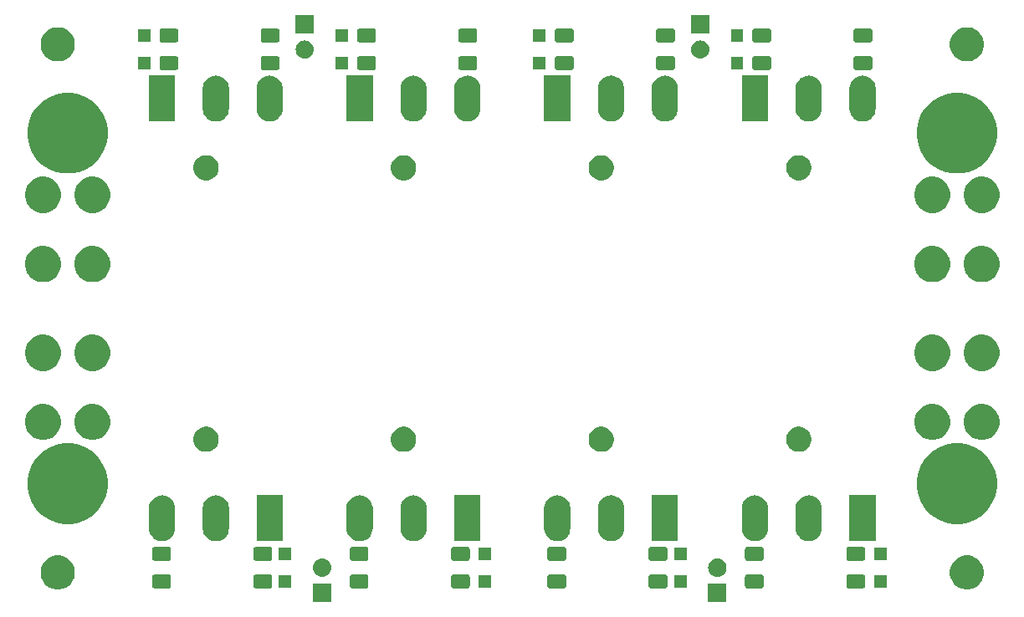
<source format=gbr>
G04 #@! TF.GenerationSoftware,KiCad,Pcbnew,5.0.2-bee76a0~70~ubuntu18.04.1*
G04 #@! TF.CreationDate,2019-01-23T11:21:40-08:00*
G04 #@! TF.ProjectId,inverter,696e7665-7274-4657-922e-6b696361645f,rev?*
G04 #@! TF.SameCoordinates,Original*
G04 #@! TF.FileFunction,Soldermask,Top*
G04 #@! TF.FilePolarity,Negative*
%FSLAX46Y46*%
G04 Gerber Fmt 4.6, Leading zero omitted, Abs format (unit mm)*
G04 Created by KiCad (PCBNEW 5.0.2-bee76a0~70~ubuntu18.04.1) date Wed 23 Jan 2019 11:21:40 AM PST*
%MOMM*%
%LPD*%
G01*
G04 APERTURE LIST*
%ADD10C,0.100000*%
G04 APERTURE END LIST*
D10*
G36*
X172175000Y-105965000D02*
X170325000Y-105965000D01*
X170325000Y-104115000D01*
X172175000Y-104115000D01*
X172175000Y-105965000D01*
X172175000Y-105965000D01*
G37*
G36*
X132175000Y-105965000D02*
X130325000Y-105965000D01*
X130325000Y-104115000D01*
X132175000Y-104115000D01*
X132175000Y-105965000D01*
X132175000Y-105965000D01*
G37*
G36*
X197003164Y-101341290D02*
X197317094Y-101471324D01*
X197599624Y-101660105D01*
X197839895Y-101900376D01*
X198028676Y-102182906D01*
X198158710Y-102496836D01*
X198225000Y-102830102D01*
X198225000Y-103169898D01*
X198158710Y-103503164D01*
X198028676Y-103817094D01*
X197839895Y-104099624D01*
X197599624Y-104339895D01*
X197317094Y-104528676D01*
X197003164Y-104658710D01*
X196669898Y-104725000D01*
X196330102Y-104725000D01*
X195996836Y-104658710D01*
X195682906Y-104528676D01*
X195400376Y-104339895D01*
X195160105Y-104099624D01*
X194971324Y-103817094D01*
X194841290Y-103503164D01*
X194775000Y-103169898D01*
X194775000Y-102830102D01*
X194841290Y-102496836D01*
X194971324Y-102182906D01*
X195160105Y-101900376D01*
X195400376Y-101660105D01*
X195682906Y-101471324D01*
X195996836Y-101341290D01*
X196330102Y-101275000D01*
X196669898Y-101275000D01*
X197003164Y-101341290D01*
X197003164Y-101341290D01*
G37*
G36*
X105003164Y-101341290D02*
X105317094Y-101471324D01*
X105599624Y-101660105D01*
X105839895Y-101900376D01*
X106028676Y-102182906D01*
X106158710Y-102496836D01*
X106225000Y-102830102D01*
X106225000Y-103169898D01*
X106158710Y-103503164D01*
X106028676Y-103817094D01*
X105839895Y-104099624D01*
X105599624Y-104339895D01*
X105317094Y-104528676D01*
X105003164Y-104658710D01*
X104669898Y-104725000D01*
X104330102Y-104725000D01*
X103996836Y-104658710D01*
X103682906Y-104528676D01*
X103400376Y-104339895D01*
X103160105Y-104099624D01*
X102971324Y-103817094D01*
X102841290Y-103503164D01*
X102775000Y-103169898D01*
X102775000Y-102830102D01*
X102841290Y-102496836D01*
X102971324Y-102182906D01*
X103160105Y-101900376D01*
X103400376Y-101660105D01*
X103682906Y-101471324D01*
X103996836Y-101341290D01*
X104330102Y-101275000D01*
X104669898Y-101275000D01*
X105003164Y-101341290D01*
X105003164Y-101341290D01*
G37*
G36*
X155760776Y-103204872D02*
X155804792Y-103218224D01*
X155845359Y-103239907D01*
X155880914Y-103269086D01*
X155910093Y-103304641D01*
X155931776Y-103345208D01*
X155945128Y-103389224D01*
X155950000Y-103438687D01*
X155950000Y-104361313D01*
X155945128Y-104410776D01*
X155931776Y-104454792D01*
X155910093Y-104495359D01*
X155880914Y-104530914D01*
X155845359Y-104560093D01*
X155804792Y-104581776D01*
X155760776Y-104595128D01*
X155711313Y-104600000D01*
X154288687Y-104600000D01*
X154239224Y-104595128D01*
X154195208Y-104581776D01*
X154154641Y-104560093D01*
X154119086Y-104530914D01*
X154089907Y-104495359D01*
X154068224Y-104454792D01*
X154054872Y-104410776D01*
X154050000Y-104361313D01*
X154050000Y-103438687D01*
X154054872Y-103389224D01*
X154068224Y-103345208D01*
X154089907Y-103304641D01*
X154119086Y-103269086D01*
X154154641Y-103239907D01*
X154195208Y-103218224D01*
X154239224Y-103204872D01*
X154288687Y-103200000D01*
X155711313Y-103200000D01*
X155760776Y-103204872D01*
X155760776Y-103204872D01*
G37*
G36*
X126010776Y-103204872D02*
X126054792Y-103218224D01*
X126095359Y-103239907D01*
X126130914Y-103269086D01*
X126160093Y-103304641D01*
X126181776Y-103345208D01*
X126195128Y-103389224D01*
X126200000Y-103438687D01*
X126200000Y-104361313D01*
X126195128Y-104410776D01*
X126181776Y-104454792D01*
X126160093Y-104495359D01*
X126130914Y-104530914D01*
X126095359Y-104560093D01*
X126054792Y-104581776D01*
X126010776Y-104595128D01*
X125961313Y-104600000D01*
X124538687Y-104600000D01*
X124489224Y-104595128D01*
X124445208Y-104581776D01*
X124404641Y-104560093D01*
X124369086Y-104530914D01*
X124339907Y-104495359D01*
X124318224Y-104454792D01*
X124304872Y-104410776D01*
X124300000Y-104361313D01*
X124300000Y-103438687D01*
X124304872Y-103389224D01*
X124318224Y-103345208D01*
X124339907Y-103304641D01*
X124369086Y-103269086D01*
X124404641Y-103239907D01*
X124445208Y-103218224D01*
X124489224Y-103204872D01*
X124538687Y-103200000D01*
X125961313Y-103200000D01*
X126010776Y-103204872D01*
X126010776Y-103204872D01*
G37*
G36*
X135760776Y-103204872D02*
X135804792Y-103218224D01*
X135845359Y-103239907D01*
X135880914Y-103269086D01*
X135910093Y-103304641D01*
X135931776Y-103345208D01*
X135945128Y-103389224D01*
X135950000Y-103438687D01*
X135950000Y-104361313D01*
X135945128Y-104410776D01*
X135931776Y-104454792D01*
X135910093Y-104495359D01*
X135880914Y-104530914D01*
X135845359Y-104560093D01*
X135804792Y-104581776D01*
X135760776Y-104595128D01*
X135711313Y-104600000D01*
X134288687Y-104600000D01*
X134239224Y-104595128D01*
X134195208Y-104581776D01*
X134154641Y-104560093D01*
X134119086Y-104530914D01*
X134089907Y-104495359D01*
X134068224Y-104454792D01*
X134054872Y-104410776D01*
X134050000Y-104361313D01*
X134050000Y-103438687D01*
X134054872Y-103389224D01*
X134068224Y-103345208D01*
X134089907Y-103304641D01*
X134119086Y-103269086D01*
X134154641Y-103239907D01*
X134195208Y-103218224D01*
X134239224Y-103204872D01*
X134288687Y-103200000D01*
X135711313Y-103200000D01*
X135760776Y-103204872D01*
X135760776Y-103204872D01*
G37*
G36*
X146010776Y-103204872D02*
X146054792Y-103218224D01*
X146095359Y-103239907D01*
X146130914Y-103269086D01*
X146160093Y-103304641D01*
X146181776Y-103345208D01*
X146195128Y-103389224D01*
X146200000Y-103438687D01*
X146200000Y-104361313D01*
X146195128Y-104410776D01*
X146181776Y-104454792D01*
X146160093Y-104495359D01*
X146130914Y-104530914D01*
X146095359Y-104560093D01*
X146054792Y-104581776D01*
X146010776Y-104595128D01*
X145961313Y-104600000D01*
X144538687Y-104600000D01*
X144489224Y-104595128D01*
X144445208Y-104581776D01*
X144404641Y-104560093D01*
X144369086Y-104530914D01*
X144339907Y-104495359D01*
X144318224Y-104454792D01*
X144304872Y-104410776D01*
X144300000Y-104361313D01*
X144300000Y-103438687D01*
X144304872Y-103389224D01*
X144318224Y-103345208D01*
X144339907Y-103304641D01*
X144369086Y-103269086D01*
X144404641Y-103239907D01*
X144445208Y-103218224D01*
X144489224Y-103204872D01*
X144538687Y-103200000D01*
X145961313Y-103200000D01*
X146010776Y-103204872D01*
X146010776Y-103204872D01*
G37*
G36*
X115760776Y-103204872D02*
X115804792Y-103218224D01*
X115845359Y-103239907D01*
X115880914Y-103269086D01*
X115910093Y-103304641D01*
X115931776Y-103345208D01*
X115945128Y-103389224D01*
X115950000Y-103438687D01*
X115950000Y-104361313D01*
X115945128Y-104410776D01*
X115931776Y-104454792D01*
X115910093Y-104495359D01*
X115880914Y-104530914D01*
X115845359Y-104560093D01*
X115804792Y-104581776D01*
X115760776Y-104595128D01*
X115711313Y-104600000D01*
X114288687Y-104600000D01*
X114239224Y-104595128D01*
X114195208Y-104581776D01*
X114154641Y-104560093D01*
X114119086Y-104530914D01*
X114089907Y-104495359D01*
X114068224Y-104454792D01*
X114054872Y-104410776D01*
X114050000Y-104361313D01*
X114050000Y-103438687D01*
X114054872Y-103389224D01*
X114068224Y-103345208D01*
X114089907Y-103304641D01*
X114119086Y-103269086D01*
X114154641Y-103239907D01*
X114195208Y-103218224D01*
X114239224Y-103204872D01*
X114288687Y-103200000D01*
X115711313Y-103200000D01*
X115760776Y-103204872D01*
X115760776Y-103204872D01*
G37*
G36*
X166010776Y-103204872D02*
X166054792Y-103218224D01*
X166095359Y-103239907D01*
X166130914Y-103269086D01*
X166160093Y-103304641D01*
X166181776Y-103345208D01*
X166195128Y-103389224D01*
X166200000Y-103438687D01*
X166200000Y-104361313D01*
X166195128Y-104410776D01*
X166181776Y-104454792D01*
X166160093Y-104495359D01*
X166130914Y-104530914D01*
X166095359Y-104560093D01*
X166054792Y-104581776D01*
X166010776Y-104595128D01*
X165961313Y-104600000D01*
X164538687Y-104600000D01*
X164489224Y-104595128D01*
X164445208Y-104581776D01*
X164404641Y-104560093D01*
X164369086Y-104530914D01*
X164339907Y-104495359D01*
X164318224Y-104454792D01*
X164304872Y-104410776D01*
X164300000Y-104361313D01*
X164300000Y-103438687D01*
X164304872Y-103389224D01*
X164318224Y-103345208D01*
X164339907Y-103304641D01*
X164369086Y-103269086D01*
X164404641Y-103239907D01*
X164445208Y-103218224D01*
X164489224Y-103204872D01*
X164538687Y-103200000D01*
X165961313Y-103200000D01*
X166010776Y-103204872D01*
X166010776Y-103204872D01*
G37*
G36*
X186010776Y-103204872D02*
X186054792Y-103218224D01*
X186095359Y-103239907D01*
X186130914Y-103269086D01*
X186160093Y-103304641D01*
X186181776Y-103345208D01*
X186195128Y-103389224D01*
X186200000Y-103438687D01*
X186200000Y-104361313D01*
X186195128Y-104410776D01*
X186181776Y-104454792D01*
X186160093Y-104495359D01*
X186130914Y-104530914D01*
X186095359Y-104560093D01*
X186054792Y-104581776D01*
X186010776Y-104595128D01*
X185961313Y-104600000D01*
X184538687Y-104600000D01*
X184489224Y-104595128D01*
X184445208Y-104581776D01*
X184404641Y-104560093D01*
X184369086Y-104530914D01*
X184339907Y-104495359D01*
X184318224Y-104454792D01*
X184304872Y-104410776D01*
X184300000Y-104361313D01*
X184300000Y-103438687D01*
X184304872Y-103389224D01*
X184318224Y-103345208D01*
X184339907Y-103304641D01*
X184369086Y-103269086D01*
X184404641Y-103239907D01*
X184445208Y-103218224D01*
X184489224Y-103204872D01*
X184538687Y-103200000D01*
X185961313Y-103200000D01*
X186010776Y-103204872D01*
X186010776Y-103204872D01*
G37*
G36*
X175760776Y-103204872D02*
X175804792Y-103218224D01*
X175845359Y-103239907D01*
X175880914Y-103269086D01*
X175910093Y-103304641D01*
X175931776Y-103345208D01*
X175945128Y-103389224D01*
X175950000Y-103438687D01*
X175950000Y-104361313D01*
X175945128Y-104410776D01*
X175931776Y-104454792D01*
X175910093Y-104495359D01*
X175880914Y-104530914D01*
X175845359Y-104560093D01*
X175804792Y-104581776D01*
X175760776Y-104595128D01*
X175711313Y-104600000D01*
X174288687Y-104600000D01*
X174239224Y-104595128D01*
X174195208Y-104581776D01*
X174154641Y-104560093D01*
X174119086Y-104530914D01*
X174089907Y-104495359D01*
X174068224Y-104454792D01*
X174054872Y-104410776D01*
X174050000Y-104361313D01*
X174050000Y-103438687D01*
X174054872Y-103389224D01*
X174068224Y-103345208D01*
X174089907Y-103304641D01*
X174119086Y-103269086D01*
X174154641Y-103239907D01*
X174195208Y-103218224D01*
X174239224Y-103204872D01*
X174288687Y-103200000D01*
X175711313Y-103200000D01*
X175760776Y-103204872D01*
X175760776Y-103204872D01*
G37*
G36*
X148375000Y-104525000D02*
X147125000Y-104525000D01*
X147125000Y-103275000D01*
X148375000Y-103275000D01*
X148375000Y-104525000D01*
X148375000Y-104525000D01*
G37*
G36*
X128125000Y-104525000D02*
X126875000Y-104525000D01*
X126875000Y-103275000D01*
X128125000Y-103275000D01*
X128125000Y-104525000D01*
X128125000Y-104525000D01*
G37*
G36*
X168125000Y-104525000D02*
X166875000Y-104525000D01*
X166875000Y-103275000D01*
X168125000Y-103275000D01*
X168125000Y-104525000D01*
X168125000Y-104525000D01*
G37*
G36*
X188375000Y-104525000D02*
X187125000Y-104525000D01*
X187125000Y-103275000D01*
X188375000Y-103275000D01*
X188375000Y-104525000D01*
X188375000Y-104525000D01*
G37*
G36*
X131431332Y-101588385D02*
X131605695Y-101641277D01*
X131766389Y-101727170D01*
X131907238Y-101842762D01*
X132022830Y-101983611D01*
X132108723Y-102144305D01*
X132161615Y-102318668D01*
X132179475Y-102500000D01*
X132161615Y-102681332D01*
X132108723Y-102855695D01*
X132022830Y-103016389D01*
X131907238Y-103157238D01*
X131766389Y-103272830D01*
X131605695Y-103358723D01*
X131431332Y-103411615D01*
X131295435Y-103425000D01*
X131204565Y-103425000D01*
X131068668Y-103411615D01*
X130894305Y-103358723D01*
X130733611Y-103272830D01*
X130592762Y-103157238D01*
X130477170Y-103016389D01*
X130391277Y-102855695D01*
X130338385Y-102681332D01*
X130320525Y-102500000D01*
X130338385Y-102318668D01*
X130391277Y-102144305D01*
X130477170Y-101983611D01*
X130592762Y-101842762D01*
X130733611Y-101727170D01*
X130894305Y-101641277D01*
X131068668Y-101588385D01*
X131204565Y-101575000D01*
X131295435Y-101575000D01*
X131431332Y-101588385D01*
X131431332Y-101588385D01*
G37*
G36*
X171431332Y-101588385D02*
X171605695Y-101641277D01*
X171766389Y-101727170D01*
X171907238Y-101842762D01*
X172022830Y-101983611D01*
X172108723Y-102144305D01*
X172161615Y-102318668D01*
X172179475Y-102500000D01*
X172161615Y-102681332D01*
X172108723Y-102855695D01*
X172022830Y-103016389D01*
X171907238Y-103157238D01*
X171766389Y-103272830D01*
X171605695Y-103358723D01*
X171431332Y-103411615D01*
X171295435Y-103425000D01*
X171204565Y-103425000D01*
X171068668Y-103411615D01*
X170894305Y-103358723D01*
X170733611Y-103272830D01*
X170592762Y-103157238D01*
X170477170Y-103016389D01*
X170391277Y-102855695D01*
X170338385Y-102681332D01*
X170320525Y-102500000D01*
X170338385Y-102318668D01*
X170391277Y-102144305D01*
X170477170Y-101983611D01*
X170592762Y-101842762D01*
X170733611Y-101727170D01*
X170894305Y-101641277D01*
X171068668Y-101588385D01*
X171204565Y-101575000D01*
X171295435Y-101575000D01*
X171431332Y-101588385D01*
X171431332Y-101588385D01*
G37*
G36*
X126010776Y-100404872D02*
X126054792Y-100418224D01*
X126095359Y-100439907D01*
X126130914Y-100469086D01*
X126160093Y-100504641D01*
X126181776Y-100545208D01*
X126195128Y-100589224D01*
X126200000Y-100638687D01*
X126200000Y-101561313D01*
X126195128Y-101610776D01*
X126181776Y-101654792D01*
X126160093Y-101695359D01*
X126130914Y-101730914D01*
X126095359Y-101760093D01*
X126054792Y-101781776D01*
X126010776Y-101795128D01*
X125961313Y-101800000D01*
X124538687Y-101800000D01*
X124489224Y-101795128D01*
X124445208Y-101781776D01*
X124404641Y-101760093D01*
X124369086Y-101730914D01*
X124339907Y-101695359D01*
X124318224Y-101654792D01*
X124304872Y-101610776D01*
X124300000Y-101561313D01*
X124300000Y-100638687D01*
X124304872Y-100589224D01*
X124318224Y-100545208D01*
X124339907Y-100504641D01*
X124369086Y-100469086D01*
X124404641Y-100439907D01*
X124445208Y-100418224D01*
X124489224Y-100404872D01*
X124538687Y-100400000D01*
X125961313Y-100400000D01*
X126010776Y-100404872D01*
X126010776Y-100404872D01*
G37*
G36*
X135760776Y-100404872D02*
X135804792Y-100418224D01*
X135845359Y-100439907D01*
X135880914Y-100469086D01*
X135910093Y-100504641D01*
X135931776Y-100545208D01*
X135945128Y-100589224D01*
X135950000Y-100638687D01*
X135950000Y-101561313D01*
X135945128Y-101610776D01*
X135931776Y-101654792D01*
X135910093Y-101695359D01*
X135880914Y-101730914D01*
X135845359Y-101760093D01*
X135804792Y-101781776D01*
X135760776Y-101795128D01*
X135711313Y-101800000D01*
X134288687Y-101800000D01*
X134239224Y-101795128D01*
X134195208Y-101781776D01*
X134154641Y-101760093D01*
X134119086Y-101730914D01*
X134089907Y-101695359D01*
X134068224Y-101654792D01*
X134054872Y-101610776D01*
X134050000Y-101561313D01*
X134050000Y-100638687D01*
X134054872Y-100589224D01*
X134068224Y-100545208D01*
X134089907Y-100504641D01*
X134119086Y-100469086D01*
X134154641Y-100439907D01*
X134195208Y-100418224D01*
X134239224Y-100404872D01*
X134288687Y-100400000D01*
X135711313Y-100400000D01*
X135760776Y-100404872D01*
X135760776Y-100404872D01*
G37*
G36*
X146010776Y-100404872D02*
X146054792Y-100418224D01*
X146095359Y-100439907D01*
X146130914Y-100469086D01*
X146160093Y-100504641D01*
X146181776Y-100545208D01*
X146195128Y-100589224D01*
X146200000Y-100638687D01*
X146200000Y-101561313D01*
X146195128Y-101610776D01*
X146181776Y-101654792D01*
X146160093Y-101695359D01*
X146130914Y-101730914D01*
X146095359Y-101760093D01*
X146054792Y-101781776D01*
X146010776Y-101795128D01*
X145961313Y-101800000D01*
X144538687Y-101800000D01*
X144489224Y-101795128D01*
X144445208Y-101781776D01*
X144404641Y-101760093D01*
X144369086Y-101730914D01*
X144339907Y-101695359D01*
X144318224Y-101654792D01*
X144304872Y-101610776D01*
X144300000Y-101561313D01*
X144300000Y-100638687D01*
X144304872Y-100589224D01*
X144318224Y-100545208D01*
X144339907Y-100504641D01*
X144369086Y-100469086D01*
X144404641Y-100439907D01*
X144445208Y-100418224D01*
X144489224Y-100404872D01*
X144538687Y-100400000D01*
X145961313Y-100400000D01*
X146010776Y-100404872D01*
X146010776Y-100404872D01*
G37*
G36*
X115760776Y-100404872D02*
X115804792Y-100418224D01*
X115845359Y-100439907D01*
X115880914Y-100469086D01*
X115910093Y-100504641D01*
X115931776Y-100545208D01*
X115945128Y-100589224D01*
X115950000Y-100638687D01*
X115950000Y-101561313D01*
X115945128Y-101610776D01*
X115931776Y-101654792D01*
X115910093Y-101695359D01*
X115880914Y-101730914D01*
X115845359Y-101760093D01*
X115804792Y-101781776D01*
X115760776Y-101795128D01*
X115711313Y-101800000D01*
X114288687Y-101800000D01*
X114239224Y-101795128D01*
X114195208Y-101781776D01*
X114154641Y-101760093D01*
X114119086Y-101730914D01*
X114089907Y-101695359D01*
X114068224Y-101654792D01*
X114054872Y-101610776D01*
X114050000Y-101561313D01*
X114050000Y-100638687D01*
X114054872Y-100589224D01*
X114068224Y-100545208D01*
X114089907Y-100504641D01*
X114119086Y-100469086D01*
X114154641Y-100439907D01*
X114195208Y-100418224D01*
X114239224Y-100404872D01*
X114288687Y-100400000D01*
X115711313Y-100400000D01*
X115760776Y-100404872D01*
X115760776Y-100404872D01*
G37*
G36*
X166010776Y-100404872D02*
X166054792Y-100418224D01*
X166095359Y-100439907D01*
X166130914Y-100469086D01*
X166160093Y-100504641D01*
X166181776Y-100545208D01*
X166195128Y-100589224D01*
X166200000Y-100638687D01*
X166200000Y-101561313D01*
X166195128Y-101610776D01*
X166181776Y-101654792D01*
X166160093Y-101695359D01*
X166130914Y-101730914D01*
X166095359Y-101760093D01*
X166054792Y-101781776D01*
X166010776Y-101795128D01*
X165961313Y-101800000D01*
X164538687Y-101800000D01*
X164489224Y-101795128D01*
X164445208Y-101781776D01*
X164404641Y-101760093D01*
X164369086Y-101730914D01*
X164339907Y-101695359D01*
X164318224Y-101654792D01*
X164304872Y-101610776D01*
X164300000Y-101561313D01*
X164300000Y-100638687D01*
X164304872Y-100589224D01*
X164318224Y-100545208D01*
X164339907Y-100504641D01*
X164369086Y-100469086D01*
X164404641Y-100439907D01*
X164445208Y-100418224D01*
X164489224Y-100404872D01*
X164538687Y-100400000D01*
X165961313Y-100400000D01*
X166010776Y-100404872D01*
X166010776Y-100404872D01*
G37*
G36*
X155760776Y-100404872D02*
X155804792Y-100418224D01*
X155845359Y-100439907D01*
X155880914Y-100469086D01*
X155910093Y-100504641D01*
X155931776Y-100545208D01*
X155945128Y-100589224D01*
X155950000Y-100638687D01*
X155950000Y-101561313D01*
X155945128Y-101610776D01*
X155931776Y-101654792D01*
X155910093Y-101695359D01*
X155880914Y-101730914D01*
X155845359Y-101760093D01*
X155804792Y-101781776D01*
X155760776Y-101795128D01*
X155711313Y-101800000D01*
X154288687Y-101800000D01*
X154239224Y-101795128D01*
X154195208Y-101781776D01*
X154154641Y-101760093D01*
X154119086Y-101730914D01*
X154089907Y-101695359D01*
X154068224Y-101654792D01*
X154054872Y-101610776D01*
X154050000Y-101561313D01*
X154050000Y-100638687D01*
X154054872Y-100589224D01*
X154068224Y-100545208D01*
X154089907Y-100504641D01*
X154119086Y-100469086D01*
X154154641Y-100439907D01*
X154195208Y-100418224D01*
X154239224Y-100404872D01*
X154288687Y-100400000D01*
X155711313Y-100400000D01*
X155760776Y-100404872D01*
X155760776Y-100404872D01*
G37*
G36*
X175760776Y-100404872D02*
X175804792Y-100418224D01*
X175845359Y-100439907D01*
X175880914Y-100469086D01*
X175910093Y-100504641D01*
X175931776Y-100545208D01*
X175945128Y-100589224D01*
X175950000Y-100638687D01*
X175950000Y-101561313D01*
X175945128Y-101610776D01*
X175931776Y-101654792D01*
X175910093Y-101695359D01*
X175880914Y-101730914D01*
X175845359Y-101760093D01*
X175804792Y-101781776D01*
X175760776Y-101795128D01*
X175711313Y-101800000D01*
X174288687Y-101800000D01*
X174239224Y-101795128D01*
X174195208Y-101781776D01*
X174154641Y-101760093D01*
X174119086Y-101730914D01*
X174089907Y-101695359D01*
X174068224Y-101654792D01*
X174054872Y-101610776D01*
X174050000Y-101561313D01*
X174050000Y-100638687D01*
X174054872Y-100589224D01*
X174068224Y-100545208D01*
X174089907Y-100504641D01*
X174119086Y-100469086D01*
X174154641Y-100439907D01*
X174195208Y-100418224D01*
X174239224Y-100404872D01*
X174288687Y-100400000D01*
X175711313Y-100400000D01*
X175760776Y-100404872D01*
X175760776Y-100404872D01*
G37*
G36*
X186010776Y-100404872D02*
X186054792Y-100418224D01*
X186095359Y-100439907D01*
X186130914Y-100469086D01*
X186160093Y-100504641D01*
X186181776Y-100545208D01*
X186195128Y-100589224D01*
X186200000Y-100638687D01*
X186200000Y-101561313D01*
X186195128Y-101610776D01*
X186181776Y-101654792D01*
X186160093Y-101695359D01*
X186130914Y-101730914D01*
X186095359Y-101760093D01*
X186054792Y-101781776D01*
X186010776Y-101795128D01*
X185961313Y-101800000D01*
X184538687Y-101800000D01*
X184489224Y-101795128D01*
X184445208Y-101781776D01*
X184404641Y-101760093D01*
X184369086Y-101730914D01*
X184339907Y-101695359D01*
X184318224Y-101654792D01*
X184304872Y-101610776D01*
X184300000Y-101561313D01*
X184300000Y-100638687D01*
X184304872Y-100589224D01*
X184318224Y-100545208D01*
X184339907Y-100504641D01*
X184369086Y-100469086D01*
X184404641Y-100439907D01*
X184445208Y-100418224D01*
X184489224Y-100404872D01*
X184538687Y-100400000D01*
X185961313Y-100400000D01*
X186010776Y-100404872D01*
X186010776Y-100404872D01*
G37*
G36*
X128125000Y-101725000D02*
X126875000Y-101725000D01*
X126875000Y-100475000D01*
X128125000Y-100475000D01*
X128125000Y-101725000D01*
X128125000Y-101725000D01*
G37*
G36*
X148375000Y-101725000D02*
X147125000Y-101725000D01*
X147125000Y-100475000D01*
X148375000Y-100475000D01*
X148375000Y-101725000D01*
X148375000Y-101725000D01*
G37*
G36*
X168125000Y-101725000D02*
X166875000Y-101725000D01*
X166875000Y-100475000D01*
X168125000Y-100475000D01*
X168125000Y-101725000D01*
X168125000Y-101725000D01*
G37*
G36*
X188375000Y-101725000D02*
X187125000Y-101725000D01*
X187125000Y-100475000D01*
X188375000Y-100475000D01*
X188375000Y-101725000D01*
X188375000Y-101725000D01*
G37*
G36*
X135309745Y-95194172D02*
X135434627Y-95232054D01*
X135559510Y-95269937D01*
X135763367Y-95378901D01*
X135789692Y-95392972D01*
X135991450Y-95558550D01*
X136157028Y-95760308D01*
X136157029Y-95760310D01*
X136280063Y-95990490D01*
X136280063Y-95990491D01*
X136351200Y-96224997D01*
X136355828Y-96240256D01*
X136375000Y-96434909D01*
X136375000Y-98565091D01*
X136355828Y-98759744D01*
X136280063Y-99009510D01*
X136157027Y-99239694D01*
X136120710Y-99283946D01*
X135991450Y-99441450D01*
X135789691Y-99607028D01*
X135789689Y-99607029D01*
X135559509Y-99730063D01*
X135434626Y-99767946D01*
X135309744Y-99805828D01*
X135050000Y-99831411D01*
X134790255Y-99805828D01*
X134665373Y-99767946D01*
X134540490Y-99730063D01*
X134310306Y-99607027D01*
X134266054Y-99570710D01*
X134108550Y-99441450D01*
X133942972Y-99239691D01*
X133819938Y-99009510D01*
X133819937Y-99009509D01*
X133782054Y-98884626D01*
X133744172Y-98759744D01*
X133725000Y-98565090D01*
X133725001Y-96434909D01*
X133744173Y-96240255D01*
X133819938Y-95990491D01*
X133819938Y-95990490D01*
X133942972Y-95760310D01*
X133942973Y-95760308D01*
X134108551Y-95558550D01*
X134310309Y-95392972D01*
X134336634Y-95378901D01*
X134540491Y-95269937D01*
X134665374Y-95232054D01*
X134790256Y-95194172D01*
X135050000Y-95168589D01*
X135309745Y-95194172D01*
X135309745Y-95194172D01*
G37*
G36*
X160759745Y-95194172D02*
X160884627Y-95232054D01*
X161009510Y-95269937D01*
X161213367Y-95378901D01*
X161239692Y-95392972D01*
X161441450Y-95558550D01*
X161607028Y-95760308D01*
X161607029Y-95760310D01*
X161730063Y-95990490D01*
X161730063Y-95990491D01*
X161801200Y-96224997D01*
X161805828Y-96240256D01*
X161825000Y-96434909D01*
X161825000Y-98565091D01*
X161805828Y-98759744D01*
X161730063Y-99009510D01*
X161607027Y-99239694D01*
X161570710Y-99283946D01*
X161441450Y-99441450D01*
X161239691Y-99607028D01*
X161239689Y-99607029D01*
X161009509Y-99730063D01*
X160884626Y-99767946D01*
X160759744Y-99805828D01*
X160500000Y-99831411D01*
X160240255Y-99805828D01*
X160115373Y-99767946D01*
X159990490Y-99730063D01*
X159760306Y-99607027D01*
X159716054Y-99570710D01*
X159558550Y-99441450D01*
X159392972Y-99239691D01*
X159269938Y-99009510D01*
X159269937Y-99009509D01*
X159232054Y-98884626D01*
X159194172Y-98759744D01*
X159175000Y-98565090D01*
X159175001Y-96434909D01*
X159194173Y-96240255D01*
X159269938Y-95990491D01*
X159269938Y-95990490D01*
X159392972Y-95760310D01*
X159392973Y-95760308D01*
X159558551Y-95558550D01*
X159760309Y-95392972D01*
X159786634Y-95378901D01*
X159990491Y-95269937D01*
X160115374Y-95232054D01*
X160240256Y-95194172D01*
X160500000Y-95168589D01*
X160759745Y-95194172D01*
X160759745Y-95194172D01*
G37*
G36*
X140759745Y-95194172D02*
X140884627Y-95232054D01*
X141009510Y-95269937D01*
X141213367Y-95378901D01*
X141239692Y-95392972D01*
X141441450Y-95558550D01*
X141607028Y-95760308D01*
X141607029Y-95760310D01*
X141730063Y-95990490D01*
X141730063Y-95990491D01*
X141801200Y-96224997D01*
X141805828Y-96240256D01*
X141825000Y-96434909D01*
X141825000Y-98565091D01*
X141805828Y-98759744D01*
X141730063Y-99009510D01*
X141607027Y-99239694D01*
X141570710Y-99283946D01*
X141441450Y-99441450D01*
X141239691Y-99607028D01*
X141239689Y-99607029D01*
X141009509Y-99730063D01*
X140884626Y-99767946D01*
X140759744Y-99805828D01*
X140500000Y-99831411D01*
X140240255Y-99805828D01*
X140115373Y-99767946D01*
X139990490Y-99730063D01*
X139760306Y-99607027D01*
X139716054Y-99570710D01*
X139558550Y-99441450D01*
X139392972Y-99239691D01*
X139269938Y-99009510D01*
X139269937Y-99009509D01*
X139232054Y-98884626D01*
X139194172Y-98759744D01*
X139175000Y-98565090D01*
X139175001Y-96434909D01*
X139194173Y-96240255D01*
X139269938Y-95990491D01*
X139269938Y-95990490D01*
X139392972Y-95760310D01*
X139392973Y-95760308D01*
X139558551Y-95558550D01*
X139760309Y-95392972D01*
X139786634Y-95378901D01*
X139990491Y-95269937D01*
X140115374Y-95232054D01*
X140240256Y-95194172D01*
X140500000Y-95168589D01*
X140759745Y-95194172D01*
X140759745Y-95194172D01*
G37*
G36*
X175309745Y-95194172D02*
X175434627Y-95232054D01*
X175559510Y-95269937D01*
X175763367Y-95378901D01*
X175789692Y-95392972D01*
X175991450Y-95558550D01*
X176157028Y-95760308D01*
X176157029Y-95760310D01*
X176280063Y-95990490D01*
X176280063Y-95990491D01*
X176351200Y-96224997D01*
X176355828Y-96240256D01*
X176375000Y-96434909D01*
X176375000Y-98565091D01*
X176355828Y-98759744D01*
X176280063Y-99009510D01*
X176157027Y-99239694D01*
X176120710Y-99283946D01*
X175991450Y-99441450D01*
X175789691Y-99607028D01*
X175789689Y-99607029D01*
X175559509Y-99730063D01*
X175434626Y-99767946D01*
X175309744Y-99805828D01*
X175050000Y-99831411D01*
X174790255Y-99805828D01*
X174665373Y-99767946D01*
X174540490Y-99730063D01*
X174310306Y-99607027D01*
X174266054Y-99570710D01*
X174108550Y-99441450D01*
X173942972Y-99239691D01*
X173819938Y-99009510D01*
X173819937Y-99009509D01*
X173782055Y-98884626D01*
X173744172Y-98759744D01*
X173725000Y-98565090D01*
X173725001Y-96434909D01*
X173744173Y-96240255D01*
X173819938Y-95990491D01*
X173819938Y-95990490D01*
X173942972Y-95760310D01*
X173942973Y-95760308D01*
X174108551Y-95558550D01*
X174310309Y-95392972D01*
X174336634Y-95378901D01*
X174540491Y-95269937D01*
X174665374Y-95232054D01*
X174790256Y-95194172D01*
X175050000Y-95168589D01*
X175309745Y-95194172D01*
X175309745Y-95194172D01*
G37*
G36*
X180759745Y-95194172D02*
X180884627Y-95232054D01*
X181009510Y-95269937D01*
X181213367Y-95378901D01*
X181239692Y-95392972D01*
X181441450Y-95558550D01*
X181607028Y-95760308D01*
X181607029Y-95760310D01*
X181730063Y-95990490D01*
X181730063Y-95990491D01*
X181801200Y-96224997D01*
X181805828Y-96240256D01*
X181825000Y-96434909D01*
X181825000Y-98565091D01*
X181805828Y-98759744D01*
X181730063Y-99009510D01*
X181607027Y-99239694D01*
X181570710Y-99283946D01*
X181441450Y-99441450D01*
X181239691Y-99607028D01*
X181239689Y-99607029D01*
X181009509Y-99730063D01*
X180884626Y-99767946D01*
X180759744Y-99805828D01*
X180500000Y-99831411D01*
X180240255Y-99805828D01*
X180115373Y-99767946D01*
X179990490Y-99730063D01*
X179760306Y-99607027D01*
X179716054Y-99570710D01*
X179558550Y-99441450D01*
X179392972Y-99239691D01*
X179269938Y-99009510D01*
X179269937Y-99009509D01*
X179232055Y-98884626D01*
X179194172Y-98759744D01*
X179175000Y-98565090D01*
X179175001Y-96434909D01*
X179194173Y-96240255D01*
X179269938Y-95990491D01*
X179269938Y-95990490D01*
X179392972Y-95760310D01*
X179392973Y-95760308D01*
X179558551Y-95558550D01*
X179760309Y-95392972D01*
X179786634Y-95378901D01*
X179990491Y-95269937D01*
X180115374Y-95232054D01*
X180240256Y-95194172D01*
X180500000Y-95168589D01*
X180759745Y-95194172D01*
X180759745Y-95194172D01*
G37*
G36*
X115309745Y-95194172D02*
X115434627Y-95232054D01*
X115559510Y-95269937D01*
X115763367Y-95378901D01*
X115789692Y-95392972D01*
X115991450Y-95558550D01*
X116157028Y-95760308D01*
X116157029Y-95760310D01*
X116280063Y-95990490D01*
X116280063Y-95990491D01*
X116351200Y-96224997D01*
X116355828Y-96240256D01*
X116375000Y-96434909D01*
X116375000Y-98565091D01*
X116355828Y-98759744D01*
X116280063Y-99009510D01*
X116157027Y-99239694D01*
X116120710Y-99283946D01*
X115991450Y-99441450D01*
X115789691Y-99607028D01*
X115789689Y-99607029D01*
X115559509Y-99730063D01*
X115434626Y-99767946D01*
X115309744Y-99805828D01*
X115050000Y-99831411D01*
X114790255Y-99805828D01*
X114665373Y-99767946D01*
X114540490Y-99730063D01*
X114310306Y-99607027D01*
X114266054Y-99570710D01*
X114108550Y-99441450D01*
X113942972Y-99239691D01*
X113819938Y-99009510D01*
X113819937Y-99009509D01*
X113782054Y-98884626D01*
X113744172Y-98759744D01*
X113725000Y-98565090D01*
X113725001Y-96434909D01*
X113744173Y-96240255D01*
X113819938Y-95990491D01*
X113819938Y-95990490D01*
X113942972Y-95760310D01*
X113942973Y-95760308D01*
X114108551Y-95558550D01*
X114310309Y-95392972D01*
X114336634Y-95378901D01*
X114540491Y-95269937D01*
X114665374Y-95232054D01*
X114790256Y-95194172D01*
X115050000Y-95168589D01*
X115309745Y-95194172D01*
X115309745Y-95194172D01*
G37*
G36*
X120759745Y-95194172D02*
X120884627Y-95232054D01*
X121009510Y-95269937D01*
X121213367Y-95378901D01*
X121239692Y-95392972D01*
X121441450Y-95558550D01*
X121607028Y-95760308D01*
X121607029Y-95760310D01*
X121730063Y-95990490D01*
X121730063Y-95990491D01*
X121801200Y-96224997D01*
X121805828Y-96240256D01*
X121825000Y-96434909D01*
X121825000Y-98565091D01*
X121805828Y-98759744D01*
X121730063Y-99009510D01*
X121607027Y-99239694D01*
X121570710Y-99283946D01*
X121441450Y-99441450D01*
X121239691Y-99607028D01*
X121239689Y-99607029D01*
X121009509Y-99730063D01*
X120884626Y-99767946D01*
X120759744Y-99805828D01*
X120500000Y-99831411D01*
X120240255Y-99805828D01*
X120115373Y-99767946D01*
X119990490Y-99730063D01*
X119760306Y-99607027D01*
X119716054Y-99570710D01*
X119558550Y-99441450D01*
X119392972Y-99239691D01*
X119269938Y-99009510D01*
X119269937Y-99009509D01*
X119232054Y-98884626D01*
X119194172Y-98759744D01*
X119175000Y-98565090D01*
X119175001Y-96434909D01*
X119194173Y-96240255D01*
X119269938Y-95990491D01*
X119269938Y-95990490D01*
X119392972Y-95760310D01*
X119392973Y-95760308D01*
X119558551Y-95558550D01*
X119760309Y-95392972D01*
X119786634Y-95378901D01*
X119990491Y-95269937D01*
X120115374Y-95232054D01*
X120240256Y-95194172D01*
X120500000Y-95168589D01*
X120759745Y-95194172D01*
X120759745Y-95194172D01*
G37*
G36*
X155309745Y-95194172D02*
X155434627Y-95232054D01*
X155559510Y-95269937D01*
X155763367Y-95378901D01*
X155789692Y-95392972D01*
X155991450Y-95558550D01*
X156157028Y-95760308D01*
X156157029Y-95760310D01*
X156280063Y-95990490D01*
X156280063Y-95990491D01*
X156351200Y-96224997D01*
X156355828Y-96240256D01*
X156375000Y-96434909D01*
X156375000Y-98565091D01*
X156355828Y-98759744D01*
X156280063Y-99009510D01*
X156157027Y-99239694D01*
X156120710Y-99283946D01*
X155991450Y-99441450D01*
X155789691Y-99607028D01*
X155789689Y-99607029D01*
X155559509Y-99730063D01*
X155434626Y-99767946D01*
X155309744Y-99805828D01*
X155050000Y-99831411D01*
X154790255Y-99805828D01*
X154665373Y-99767946D01*
X154540490Y-99730063D01*
X154310306Y-99607027D01*
X154266054Y-99570710D01*
X154108550Y-99441450D01*
X153942972Y-99239691D01*
X153819938Y-99009510D01*
X153819937Y-99009509D01*
X153782054Y-98884626D01*
X153744172Y-98759744D01*
X153725000Y-98565090D01*
X153725001Y-96434909D01*
X153744173Y-96240255D01*
X153819938Y-95990491D01*
X153819938Y-95990490D01*
X153942972Y-95760310D01*
X153942973Y-95760308D01*
X154108551Y-95558550D01*
X154310309Y-95392972D01*
X154336634Y-95378901D01*
X154540491Y-95269937D01*
X154665374Y-95232054D01*
X154790256Y-95194172D01*
X155050000Y-95168589D01*
X155309745Y-95194172D01*
X155309745Y-95194172D01*
G37*
G36*
X147275000Y-99825000D02*
X144625000Y-99825000D01*
X144625000Y-95175000D01*
X147275000Y-95175000D01*
X147275000Y-99825000D01*
X147275000Y-99825000D01*
G37*
G36*
X167275000Y-99825000D02*
X164625000Y-99825000D01*
X164625000Y-95175000D01*
X167275000Y-95175000D01*
X167275000Y-99825000D01*
X167275000Y-99825000D01*
G37*
G36*
X187275000Y-99825000D02*
X184625000Y-99825000D01*
X184625000Y-95175000D01*
X187275000Y-95175000D01*
X187275000Y-99825000D01*
X187275000Y-99825000D01*
G37*
G36*
X127275000Y-99825000D02*
X124625000Y-99825000D01*
X124625000Y-95175000D01*
X127275000Y-95175000D01*
X127275000Y-99825000D01*
X127275000Y-99825000D01*
G37*
G36*
X106688634Y-90081600D02*
X107430236Y-90388782D01*
X108097661Y-90834741D01*
X108665259Y-91402339D01*
X109111218Y-92069764D01*
X109418400Y-92811366D01*
X109575000Y-93598648D01*
X109575000Y-94401352D01*
X109418400Y-95188634D01*
X109111218Y-95930236D01*
X108665259Y-96597661D01*
X108097661Y-97165259D01*
X107430236Y-97611218D01*
X106688634Y-97918400D01*
X105901352Y-98075000D01*
X105098648Y-98075000D01*
X104311366Y-97918400D01*
X103569764Y-97611218D01*
X102902339Y-97165259D01*
X102334741Y-96597661D01*
X101888782Y-95930236D01*
X101581600Y-95188634D01*
X101425000Y-94401352D01*
X101425000Y-93598648D01*
X101581600Y-92811366D01*
X101888782Y-92069764D01*
X102334741Y-91402339D01*
X102902339Y-90834741D01*
X103569764Y-90388782D01*
X104311366Y-90081600D01*
X105098648Y-89925000D01*
X105901352Y-89925000D01*
X106688634Y-90081600D01*
X106688634Y-90081600D01*
G37*
G36*
X196688634Y-90081600D02*
X197430236Y-90388782D01*
X198097661Y-90834741D01*
X198665259Y-91402339D01*
X199111218Y-92069764D01*
X199418400Y-92811366D01*
X199575000Y-93598648D01*
X199575000Y-94401352D01*
X199418400Y-95188634D01*
X199111218Y-95930236D01*
X198665259Y-96597661D01*
X198097661Y-97165259D01*
X197430236Y-97611218D01*
X196688634Y-97918400D01*
X195901352Y-98075000D01*
X195098648Y-98075000D01*
X194311366Y-97918400D01*
X193569764Y-97611218D01*
X192902339Y-97165259D01*
X192334741Y-96597661D01*
X191888782Y-95930236D01*
X191581600Y-95188634D01*
X191425000Y-94401352D01*
X191425000Y-93598648D01*
X191581600Y-92811366D01*
X191888782Y-92069764D01*
X192334741Y-91402339D01*
X192902339Y-90834741D01*
X193569764Y-90388782D01*
X194311366Y-90081600D01*
X195098648Y-89925000D01*
X195901352Y-89925000D01*
X196688634Y-90081600D01*
X196688634Y-90081600D01*
G37*
G36*
X159871904Y-88273998D02*
X160103939Y-88370110D01*
X160312765Y-88509643D01*
X160490357Y-88687235D01*
X160629890Y-88896061D01*
X160726002Y-89128096D01*
X160775000Y-89374423D01*
X160775000Y-89625577D01*
X160726002Y-89871904D01*
X160629890Y-90103939D01*
X160490357Y-90312765D01*
X160312765Y-90490357D01*
X160103939Y-90629890D01*
X159871904Y-90726002D01*
X159625577Y-90775000D01*
X159374423Y-90775000D01*
X159128096Y-90726002D01*
X158896061Y-90629890D01*
X158687235Y-90490357D01*
X158509643Y-90312765D01*
X158370110Y-90103939D01*
X158273998Y-89871904D01*
X158225000Y-89625577D01*
X158225000Y-89374423D01*
X158273998Y-89128096D01*
X158370110Y-88896061D01*
X158509643Y-88687235D01*
X158687235Y-88509643D01*
X158896061Y-88370110D01*
X159128096Y-88273998D01*
X159374423Y-88225000D01*
X159625577Y-88225000D01*
X159871904Y-88273998D01*
X159871904Y-88273998D01*
G37*
G36*
X119871904Y-88273998D02*
X120103939Y-88370110D01*
X120312765Y-88509643D01*
X120490357Y-88687235D01*
X120629890Y-88896061D01*
X120726002Y-89128096D01*
X120775000Y-89374423D01*
X120775000Y-89625577D01*
X120726002Y-89871904D01*
X120629890Y-90103939D01*
X120490357Y-90312765D01*
X120312765Y-90490357D01*
X120103939Y-90629890D01*
X119871904Y-90726002D01*
X119625577Y-90775000D01*
X119374423Y-90775000D01*
X119128096Y-90726002D01*
X118896061Y-90629890D01*
X118687235Y-90490357D01*
X118509643Y-90312765D01*
X118370110Y-90103939D01*
X118273998Y-89871904D01*
X118225000Y-89625577D01*
X118225000Y-89374423D01*
X118273998Y-89128096D01*
X118370110Y-88896061D01*
X118509643Y-88687235D01*
X118687235Y-88509643D01*
X118896061Y-88370110D01*
X119128096Y-88273998D01*
X119374423Y-88225000D01*
X119625577Y-88225000D01*
X119871904Y-88273998D01*
X119871904Y-88273998D01*
G37*
G36*
X139871904Y-88273998D02*
X140103939Y-88370110D01*
X140312765Y-88509643D01*
X140490357Y-88687235D01*
X140629890Y-88896061D01*
X140726002Y-89128096D01*
X140775000Y-89374423D01*
X140775000Y-89625577D01*
X140726002Y-89871904D01*
X140629890Y-90103939D01*
X140490357Y-90312765D01*
X140312765Y-90490357D01*
X140103939Y-90629890D01*
X139871904Y-90726002D01*
X139625577Y-90775000D01*
X139374423Y-90775000D01*
X139128096Y-90726002D01*
X138896061Y-90629890D01*
X138687235Y-90490357D01*
X138509643Y-90312765D01*
X138370110Y-90103939D01*
X138273998Y-89871904D01*
X138225000Y-89625577D01*
X138225000Y-89374423D01*
X138273998Y-89128096D01*
X138370110Y-88896061D01*
X138509643Y-88687235D01*
X138687235Y-88509643D01*
X138896061Y-88370110D01*
X139128096Y-88273998D01*
X139374423Y-88225000D01*
X139625577Y-88225000D01*
X139871904Y-88273998D01*
X139871904Y-88273998D01*
G37*
G36*
X179871904Y-88273998D02*
X180103939Y-88370110D01*
X180312765Y-88509643D01*
X180490357Y-88687235D01*
X180629890Y-88896061D01*
X180726002Y-89128096D01*
X180775000Y-89374423D01*
X180775000Y-89625577D01*
X180726002Y-89871904D01*
X180629890Y-90103939D01*
X180490357Y-90312765D01*
X180312765Y-90490357D01*
X180103939Y-90629890D01*
X179871904Y-90726002D01*
X179625577Y-90775000D01*
X179374423Y-90775000D01*
X179128096Y-90726002D01*
X178896061Y-90629890D01*
X178687235Y-90490357D01*
X178509643Y-90312765D01*
X178370110Y-90103939D01*
X178273998Y-89871904D01*
X178225000Y-89625577D01*
X178225000Y-89374423D01*
X178273998Y-89128096D01*
X178370110Y-88896061D01*
X178509643Y-88687235D01*
X178687235Y-88509643D01*
X178896061Y-88370110D01*
X179128096Y-88273998D01*
X179374423Y-88225000D01*
X179625577Y-88225000D01*
X179871904Y-88273998D01*
X179871904Y-88273998D01*
G37*
G36*
X103532333Y-86000134D02*
X103864461Y-86137706D01*
X104163369Y-86337430D01*
X104417570Y-86591631D01*
X104617294Y-86890539D01*
X104754866Y-87222667D01*
X104825000Y-87575253D01*
X104825000Y-87934747D01*
X104754866Y-88287333D01*
X104617294Y-88619461D01*
X104417570Y-88918369D01*
X104163369Y-89172570D01*
X103864461Y-89372294D01*
X103532333Y-89509866D01*
X103179747Y-89580000D01*
X102820253Y-89580000D01*
X102467667Y-89509866D01*
X102135539Y-89372294D01*
X101836631Y-89172570D01*
X101582430Y-88918369D01*
X101382706Y-88619461D01*
X101245134Y-88287333D01*
X101175000Y-87934747D01*
X101175000Y-87575253D01*
X101245134Y-87222667D01*
X101382706Y-86890539D01*
X101582430Y-86591631D01*
X101836631Y-86337430D01*
X102135539Y-86137706D01*
X102467667Y-86000134D01*
X102820253Y-85930000D01*
X103179747Y-85930000D01*
X103532333Y-86000134D01*
X103532333Y-86000134D01*
G37*
G36*
X108532333Y-86000134D02*
X108864461Y-86137706D01*
X109163369Y-86337430D01*
X109417570Y-86591631D01*
X109617294Y-86890539D01*
X109754866Y-87222667D01*
X109825000Y-87575253D01*
X109825000Y-87934747D01*
X109754866Y-88287333D01*
X109617294Y-88619461D01*
X109417570Y-88918369D01*
X109163369Y-89172570D01*
X108864461Y-89372294D01*
X108532333Y-89509866D01*
X108179747Y-89580000D01*
X107820253Y-89580000D01*
X107467667Y-89509866D01*
X107135539Y-89372294D01*
X106836631Y-89172570D01*
X106582430Y-88918369D01*
X106382706Y-88619461D01*
X106245134Y-88287333D01*
X106175000Y-87934747D01*
X106175000Y-87575253D01*
X106245134Y-87222667D01*
X106382706Y-86890539D01*
X106582430Y-86591631D01*
X106836631Y-86337430D01*
X107135539Y-86137706D01*
X107467667Y-86000134D01*
X107820253Y-85930000D01*
X108179747Y-85930000D01*
X108532333Y-86000134D01*
X108532333Y-86000134D01*
G37*
G36*
X193532333Y-86000134D02*
X193864461Y-86137706D01*
X194163369Y-86337430D01*
X194417570Y-86591631D01*
X194617294Y-86890539D01*
X194754866Y-87222667D01*
X194825000Y-87575253D01*
X194825000Y-87934747D01*
X194754866Y-88287333D01*
X194617294Y-88619461D01*
X194417570Y-88918369D01*
X194163369Y-89172570D01*
X193864461Y-89372294D01*
X193532333Y-89509866D01*
X193179747Y-89580000D01*
X192820253Y-89580000D01*
X192467667Y-89509866D01*
X192135539Y-89372294D01*
X191836631Y-89172570D01*
X191582430Y-88918369D01*
X191382706Y-88619461D01*
X191245134Y-88287333D01*
X191175000Y-87934747D01*
X191175000Y-87575253D01*
X191245134Y-87222667D01*
X191382706Y-86890539D01*
X191582430Y-86591631D01*
X191836631Y-86337430D01*
X192135539Y-86137706D01*
X192467667Y-86000134D01*
X192820253Y-85930000D01*
X193179747Y-85930000D01*
X193532333Y-86000134D01*
X193532333Y-86000134D01*
G37*
G36*
X198532333Y-86000134D02*
X198864461Y-86137706D01*
X199163369Y-86337430D01*
X199417570Y-86591631D01*
X199617294Y-86890539D01*
X199754866Y-87222667D01*
X199825000Y-87575253D01*
X199825000Y-87934747D01*
X199754866Y-88287333D01*
X199617294Y-88619461D01*
X199417570Y-88918369D01*
X199163369Y-89172570D01*
X198864461Y-89372294D01*
X198532333Y-89509866D01*
X198179747Y-89580000D01*
X197820253Y-89580000D01*
X197467667Y-89509866D01*
X197135539Y-89372294D01*
X196836631Y-89172570D01*
X196582430Y-88918369D01*
X196382706Y-88619461D01*
X196245134Y-88287333D01*
X196175000Y-87934747D01*
X196175000Y-87575253D01*
X196245134Y-87222667D01*
X196382706Y-86890539D01*
X196582430Y-86591631D01*
X196836631Y-86337430D01*
X197135539Y-86137706D01*
X197467667Y-86000134D01*
X197820253Y-85930000D01*
X198179747Y-85930000D01*
X198532333Y-86000134D01*
X198532333Y-86000134D01*
G37*
G36*
X198532333Y-78990134D02*
X198864461Y-79127706D01*
X199163369Y-79327430D01*
X199417570Y-79581631D01*
X199617294Y-79880539D01*
X199754866Y-80212667D01*
X199825000Y-80565253D01*
X199825000Y-80924747D01*
X199754866Y-81277333D01*
X199617294Y-81609461D01*
X199417570Y-81908369D01*
X199163369Y-82162570D01*
X198864461Y-82362294D01*
X198532333Y-82499866D01*
X198179747Y-82570000D01*
X197820253Y-82570000D01*
X197467667Y-82499866D01*
X197135539Y-82362294D01*
X196836631Y-82162570D01*
X196582430Y-81908369D01*
X196382706Y-81609461D01*
X196245134Y-81277333D01*
X196175000Y-80924747D01*
X196175000Y-80565253D01*
X196245134Y-80212667D01*
X196382706Y-79880539D01*
X196582430Y-79581631D01*
X196836631Y-79327430D01*
X197135539Y-79127706D01*
X197467667Y-78990134D01*
X197820253Y-78920000D01*
X198179747Y-78920000D01*
X198532333Y-78990134D01*
X198532333Y-78990134D01*
G37*
G36*
X103532333Y-78990134D02*
X103864461Y-79127706D01*
X104163369Y-79327430D01*
X104417570Y-79581631D01*
X104617294Y-79880539D01*
X104754866Y-80212667D01*
X104825000Y-80565253D01*
X104825000Y-80924747D01*
X104754866Y-81277333D01*
X104617294Y-81609461D01*
X104417570Y-81908369D01*
X104163369Y-82162570D01*
X103864461Y-82362294D01*
X103532333Y-82499866D01*
X103179747Y-82570000D01*
X102820253Y-82570000D01*
X102467667Y-82499866D01*
X102135539Y-82362294D01*
X101836631Y-82162570D01*
X101582430Y-81908369D01*
X101382706Y-81609461D01*
X101245134Y-81277333D01*
X101175000Y-80924747D01*
X101175000Y-80565253D01*
X101245134Y-80212667D01*
X101382706Y-79880539D01*
X101582430Y-79581631D01*
X101836631Y-79327430D01*
X102135539Y-79127706D01*
X102467667Y-78990134D01*
X102820253Y-78920000D01*
X103179747Y-78920000D01*
X103532333Y-78990134D01*
X103532333Y-78990134D01*
G37*
G36*
X108532333Y-78990134D02*
X108864461Y-79127706D01*
X109163369Y-79327430D01*
X109417570Y-79581631D01*
X109617294Y-79880539D01*
X109754866Y-80212667D01*
X109825000Y-80565253D01*
X109825000Y-80924747D01*
X109754866Y-81277333D01*
X109617294Y-81609461D01*
X109417570Y-81908369D01*
X109163369Y-82162570D01*
X108864461Y-82362294D01*
X108532333Y-82499866D01*
X108179747Y-82570000D01*
X107820253Y-82570000D01*
X107467667Y-82499866D01*
X107135539Y-82362294D01*
X106836631Y-82162570D01*
X106582430Y-81908369D01*
X106382706Y-81609461D01*
X106245134Y-81277333D01*
X106175000Y-80924747D01*
X106175000Y-80565253D01*
X106245134Y-80212667D01*
X106382706Y-79880539D01*
X106582430Y-79581631D01*
X106836631Y-79327430D01*
X107135539Y-79127706D01*
X107467667Y-78990134D01*
X107820253Y-78920000D01*
X108179747Y-78920000D01*
X108532333Y-78990134D01*
X108532333Y-78990134D01*
G37*
G36*
X193532333Y-78990134D02*
X193864461Y-79127706D01*
X194163369Y-79327430D01*
X194417570Y-79581631D01*
X194617294Y-79880539D01*
X194754866Y-80212667D01*
X194825000Y-80565253D01*
X194825000Y-80924747D01*
X194754866Y-81277333D01*
X194617294Y-81609461D01*
X194417570Y-81908369D01*
X194163369Y-82162570D01*
X193864461Y-82362294D01*
X193532333Y-82499866D01*
X193179747Y-82570000D01*
X192820253Y-82570000D01*
X192467667Y-82499866D01*
X192135539Y-82362294D01*
X191836631Y-82162570D01*
X191582430Y-81908369D01*
X191382706Y-81609461D01*
X191245134Y-81277333D01*
X191175000Y-80924747D01*
X191175000Y-80565253D01*
X191245134Y-80212667D01*
X191382706Y-79880539D01*
X191582430Y-79581631D01*
X191836631Y-79327430D01*
X192135539Y-79127706D01*
X192467667Y-78990134D01*
X192820253Y-78920000D01*
X193179747Y-78920000D01*
X193532333Y-78990134D01*
X193532333Y-78990134D01*
G37*
G36*
X108532333Y-70000134D02*
X108864461Y-70137706D01*
X109163369Y-70337430D01*
X109417570Y-70591631D01*
X109617294Y-70890539D01*
X109754866Y-71222667D01*
X109825000Y-71575253D01*
X109825000Y-71934747D01*
X109754866Y-72287333D01*
X109617294Y-72619461D01*
X109417570Y-72918369D01*
X109163369Y-73172570D01*
X108864461Y-73372294D01*
X108532333Y-73509866D01*
X108179747Y-73580000D01*
X107820253Y-73580000D01*
X107467667Y-73509866D01*
X107135539Y-73372294D01*
X106836631Y-73172570D01*
X106582430Y-72918369D01*
X106382706Y-72619461D01*
X106245134Y-72287333D01*
X106175000Y-71934747D01*
X106175000Y-71575253D01*
X106245134Y-71222667D01*
X106382706Y-70890539D01*
X106582430Y-70591631D01*
X106836631Y-70337430D01*
X107135539Y-70137706D01*
X107467667Y-70000134D01*
X107820253Y-69930000D01*
X108179747Y-69930000D01*
X108532333Y-70000134D01*
X108532333Y-70000134D01*
G37*
G36*
X198532333Y-70000134D02*
X198864461Y-70137706D01*
X199163369Y-70337430D01*
X199417570Y-70591631D01*
X199617294Y-70890539D01*
X199754866Y-71222667D01*
X199825000Y-71575253D01*
X199825000Y-71934747D01*
X199754866Y-72287333D01*
X199617294Y-72619461D01*
X199417570Y-72918369D01*
X199163369Y-73172570D01*
X198864461Y-73372294D01*
X198532333Y-73509866D01*
X198179747Y-73580000D01*
X197820253Y-73580000D01*
X197467667Y-73509866D01*
X197135539Y-73372294D01*
X196836631Y-73172570D01*
X196582430Y-72918369D01*
X196382706Y-72619461D01*
X196245134Y-72287333D01*
X196175000Y-71934747D01*
X196175000Y-71575253D01*
X196245134Y-71222667D01*
X196382706Y-70890539D01*
X196582430Y-70591631D01*
X196836631Y-70337430D01*
X197135539Y-70137706D01*
X197467667Y-70000134D01*
X197820253Y-69930000D01*
X198179747Y-69930000D01*
X198532333Y-70000134D01*
X198532333Y-70000134D01*
G37*
G36*
X193532333Y-70000134D02*
X193864461Y-70137706D01*
X194163369Y-70337430D01*
X194417570Y-70591631D01*
X194617294Y-70890539D01*
X194754866Y-71222667D01*
X194825000Y-71575253D01*
X194825000Y-71934747D01*
X194754866Y-72287333D01*
X194617294Y-72619461D01*
X194417570Y-72918369D01*
X194163369Y-73172570D01*
X193864461Y-73372294D01*
X193532333Y-73509866D01*
X193179747Y-73580000D01*
X192820253Y-73580000D01*
X192467667Y-73509866D01*
X192135539Y-73372294D01*
X191836631Y-73172570D01*
X191582430Y-72918369D01*
X191382706Y-72619461D01*
X191245134Y-72287333D01*
X191175000Y-71934747D01*
X191175000Y-71575253D01*
X191245134Y-71222667D01*
X191382706Y-70890539D01*
X191582430Y-70591631D01*
X191836631Y-70337430D01*
X192135539Y-70137706D01*
X192467667Y-70000134D01*
X192820253Y-69930000D01*
X193179747Y-69930000D01*
X193532333Y-70000134D01*
X193532333Y-70000134D01*
G37*
G36*
X103532333Y-70000134D02*
X103864461Y-70137706D01*
X104163369Y-70337430D01*
X104417570Y-70591631D01*
X104617294Y-70890539D01*
X104754866Y-71222667D01*
X104825000Y-71575253D01*
X104825000Y-71934747D01*
X104754866Y-72287333D01*
X104617294Y-72619461D01*
X104417570Y-72918369D01*
X104163369Y-73172570D01*
X103864461Y-73372294D01*
X103532333Y-73509866D01*
X103179747Y-73580000D01*
X102820253Y-73580000D01*
X102467667Y-73509866D01*
X102135539Y-73372294D01*
X101836631Y-73172570D01*
X101582430Y-72918369D01*
X101382706Y-72619461D01*
X101245134Y-72287333D01*
X101175000Y-71934747D01*
X101175000Y-71575253D01*
X101245134Y-71222667D01*
X101382706Y-70890539D01*
X101582430Y-70591631D01*
X101836631Y-70337430D01*
X102135539Y-70137706D01*
X102467667Y-70000134D01*
X102820253Y-69930000D01*
X103179747Y-69930000D01*
X103532333Y-70000134D01*
X103532333Y-70000134D01*
G37*
G36*
X198532333Y-62990134D02*
X198864461Y-63127706D01*
X199163369Y-63327430D01*
X199417570Y-63581631D01*
X199617294Y-63880539D01*
X199754866Y-64212667D01*
X199825000Y-64565253D01*
X199825000Y-64924747D01*
X199754866Y-65277333D01*
X199617294Y-65609461D01*
X199417570Y-65908369D01*
X199163369Y-66162570D01*
X198864461Y-66362294D01*
X198532333Y-66499866D01*
X198179747Y-66570000D01*
X197820253Y-66570000D01*
X197467667Y-66499866D01*
X197135539Y-66362294D01*
X196836631Y-66162570D01*
X196582430Y-65908369D01*
X196382706Y-65609461D01*
X196245134Y-65277333D01*
X196175000Y-64924747D01*
X196175000Y-64565253D01*
X196245134Y-64212667D01*
X196382706Y-63880539D01*
X196582430Y-63581631D01*
X196836631Y-63327430D01*
X197135539Y-63127706D01*
X197467667Y-62990134D01*
X197820253Y-62920000D01*
X198179747Y-62920000D01*
X198532333Y-62990134D01*
X198532333Y-62990134D01*
G37*
G36*
X108532333Y-62990134D02*
X108864461Y-63127706D01*
X109163369Y-63327430D01*
X109417570Y-63581631D01*
X109617294Y-63880539D01*
X109754866Y-64212667D01*
X109825000Y-64565253D01*
X109825000Y-64924747D01*
X109754866Y-65277333D01*
X109617294Y-65609461D01*
X109417570Y-65908369D01*
X109163369Y-66162570D01*
X108864461Y-66362294D01*
X108532333Y-66499866D01*
X108179747Y-66570000D01*
X107820253Y-66570000D01*
X107467667Y-66499866D01*
X107135539Y-66362294D01*
X106836631Y-66162570D01*
X106582430Y-65908369D01*
X106382706Y-65609461D01*
X106245134Y-65277333D01*
X106175000Y-64924747D01*
X106175000Y-64565253D01*
X106245134Y-64212667D01*
X106382706Y-63880539D01*
X106582430Y-63581631D01*
X106836631Y-63327430D01*
X107135539Y-63127706D01*
X107467667Y-62990134D01*
X107820253Y-62920000D01*
X108179747Y-62920000D01*
X108532333Y-62990134D01*
X108532333Y-62990134D01*
G37*
G36*
X103532333Y-62990134D02*
X103864461Y-63127706D01*
X104163369Y-63327430D01*
X104417570Y-63581631D01*
X104617294Y-63880539D01*
X104754866Y-64212667D01*
X104825000Y-64565253D01*
X104825000Y-64924747D01*
X104754866Y-65277333D01*
X104617294Y-65609461D01*
X104417570Y-65908369D01*
X104163369Y-66162570D01*
X103864461Y-66362294D01*
X103532333Y-66499866D01*
X103179747Y-66570000D01*
X102820253Y-66570000D01*
X102467667Y-66499866D01*
X102135539Y-66362294D01*
X101836631Y-66162570D01*
X101582430Y-65908369D01*
X101382706Y-65609461D01*
X101245134Y-65277333D01*
X101175000Y-64924747D01*
X101175000Y-64565253D01*
X101245134Y-64212667D01*
X101382706Y-63880539D01*
X101582430Y-63581631D01*
X101836631Y-63327430D01*
X102135539Y-63127706D01*
X102467667Y-62990134D01*
X102820253Y-62920000D01*
X103179747Y-62920000D01*
X103532333Y-62990134D01*
X103532333Y-62990134D01*
G37*
G36*
X193532333Y-62990134D02*
X193864461Y-63127706D01*
X194163369Y-63327430D01*
X194417570Y-63581631D01*
X194617294Y-63880539D01*
X194754866Y-64212667D01*
X194825000Y-64565253D01*
X194825000Y-64924747D01*
X194754866Y-65277333D01*
X194617294Y-65609461D01*
X194417570Y-65908369D01*
X194163369Y-66162570D01*
X193864461Y-66362294D01*
X193532333Y-66499866D01*
X193179747Y-66570000D01*
X192820253Y-66570000D01*
X192467667Y-66499866D01*
X192135539Y-66362294D01*
X191836631Y-66162570D01*
X191582430Y-65908369D01*
X191382706Y-65609461D01*
X191245134Y-65277333D01*
X191175000Y-64924747D01*
X191175000Y-64565253D01*
X191245134Y-64212667D01*
X191382706Y-63880539D01*
X191582430Y-63581631D01*
X191836631Y-63327430D01*
X192135539Y-63127706D01*
X192467667Y-62990134D01*
X192820253Y-62920000D01*
X193179747Y-62920000D01*
X193532333Y-62990134D01*
X193532333Y-62990134D01*
G37*
G36*
X179871904Y-60773998D02*
X180103939Y-60870110D01*
X180312765Y-61009643D01*
X180490357Y-61187235D01*
X180629890Y-61396061D01*
X180726002Y-61628096D01*
X180775000Y-61874423D01*
X180775000Y-62125577D01*
X180726002Y-62371904D01*
X180629890Y-62603939D01*
X180490357Y-62812765D01*
X180312765Y-62990357D01*
X180103939Y-63129890D01*
X179871904Y-63226002D01*
X179625577Y-63275000D01*
X179374423Y-63275000D01*
X179128096Y-63226002D01*
X178896061Y-63129890D01*
X178687235Y-62990357D01*
X178509643Y-62812765D01*
X178370110Y-62603939D01*
X178273998Y-62371904D01*
X178225000Y-62125577D01*
X178225000Y-61874423D01*
X178273998Y-61628096D01*
X178370110Y-61396061D01*
X178509643Y-61187235D01*
X178687235Y-61009643D01*
X178896061Y-60870110D01*
X179128096Y-60773998D01*
X179374423Y-60725000D01*
X179625577Y-60725000D01*
X179871904Y-60773998D01*
X179871904Y-60773998D01*
G37*
G36*
X159871904Y-60773998D02*
X160103939Y-60870110D01*
X160312765Y-61009643D01*
X160490357Y-61187235D01*
X160629890Y-61396061D01*
X160726002Y-61628096D01*
X160775000Y-61874423D01*
X160775000Y-62125577D01*
X160726002Y-62371904D01*
X160629890Y-62603939D01*
X160490357Y-62812765D01*
X160312765Y-62990357D01*
X160103939Y-63129890D01*
X159871904Y-63226002D01*
X159625577Y-63275000D01*
X159374423Y-63275000D01*
X159128096Y-63226002D01*
X158896061Y-63129890D01*
X158687235Y-62990357D01*
X158509643Y-62812765D01*
X158370110Y-62603939D01*
X158273998Y-62371904D01*
X158225000Y-62125577D01*
X158225000Y-61874423D01*
X158273998Y-61628096D01*
X158370110Y-61396061D01*
X158509643Y-61187235D01*
X158687235Y-61009643D01*
X158896061Y-60870110D01*
X159128096Y-60773998D01*
X159374423Y-60725000D01*
X159625577Y-60725000D01*
X159871904Y-60773998D01*
X159871904Y-60773998D01*
G37*
G36*
X139871904Y-60773998D02*
X140103939Y-60870110D01*
X140312765Y-61009643D01*
X140490357Y-61187235D01*
X140629890Y-61396061D01*
X140726002Y-61628096D01*
X140775000Y-61874423D01*
X140775000Y-62125577D01*
X140726002Y-62371904D01*
X140629890Y-62603939D01*
X140490357Y-62812765D01*
X140312765Y-62990357D01*
X140103939Y-63129890D01*
X139871904Y-63226002D01*
X139625577Y-63275000D01*
X139374423Y-63275000D01*
X139128096Y-63226002D01*
X138896061Y-63129890D01*
X138687235Y-62990357D01*
X138509643Y-62812765D01*
X138370110Y-62603939D01*
X138273998Y-62371904D01*
X138225000Y-62125577D01*
X138225000Y-61874423D01*
X138273998Y-61628096D01*
X138370110Y-61396061D01*
X138509643Y-61187235D01*
X138687235Y-61009643D01*
X138896061Y-60870110D01*
X139128096Y-60773998D01*
X139374423Y-60725000D01*
X139625577Y-60725000D01*
X139871904Y-60773998D01*
X139871904Y-60773998D01*
G37*
G36*
X119871904Y-60773998D02*
X120103939Y-60870110D01*
X120312765Y-61009643D01*
X120490357Y-61187235D01*
X120629890Y-61396061D01*
X120726002Y-61628096D01*
X120775000Y-61874423D01*
X120775000Y-62125577D01*
X120726002Y-62371904D01*
X120629890Y-62603939D01*
X120490357Y-62812765D01*
X120312765Y-62990357D01*
X120103939Y-63129890D01*
X119871904Y-63226002D01*
X119625577Y-63275000D01*
X119374423Y-63275000D01*
X119128096Y-63226002D01*
X118896061Y-63129890D01*
X118687235Y-62990357D01*
X118509643Y-62812765D01*
X118370110Y-62603939D01*
X118273998Y-62371904D01*
X118225000Y-62125577D01*
X118225000Y-61874423D01*
X118273998Y-61628096D01*
X118370110Y-61396061D01*
X118509643Y-61187235D01*
X118687235Y-61009643D01*
X118896061Y-60870110D01*
X119128096Y-60773998D01*
X119374423Y-60725000D01*
X119625577Y-60725000D01*
X119871904Y-60773998D01*
X119871904Y-60773998D01*
G37*
G36*
X196688634Y-54581600D02*
X197430236Y-54888782D01*
X198097661Y-55334741D01*
X198665259Y-55902339D01*
X199111218Y-56569764D01*
X199418400Y-57311366D01*
X199575000Y-58098648D01*
X199575000Y-58901352D01*
X199418400Y-59688634D01*
X199111218Y-60430236D01*
X198665259Y-61097661D01*
X198097661Y-61665259D01*
X197430236Y-62111218D01*
X196688634Y-62418400D01*
X195901352Y-62575000D01*
X195098648Y-62575000D01*
X194311366Y-62418400D01*
X193569764Y-62111218D01*
X192902339Y-61665259D01*
X192334741Y-61097661D01*
X191888782Y-60430236D01*
X191581600Y-59688634D01*
X191425000Y-58901352D01*
X191425000Y-58098648D01*
X191581600Y-57311366D01*
X191888782Y-56569764D01*
X192334741Y-55902339D01*
X192902339Y-55334741D01*
X193569764Y-54888782D01*
X194311366Y-54581600D01*
X195098648Y-54425000D01*
X195901352Y-54425000D01*
X196688634Y-54581600D01*
X196688634Y-54581600D01*
G37*
G36*
X106688634Y-54581600D02*
X107430236Y-54888782D01*
X108097661Y-55334741D01*
X108665259Y-55902339D01*
X109111218Y-56569764D01*
X109418400Y-57311366D01*
X109575000Y-58098648D01*
X109575000Y-58901352D01*
X109418400Y-59688634D01*
X109111218Y-60430236D01*
X108665259Y-61097661D01*
X108097661Y-61665259D01*
X107430236Y-62111218D01*
X106688634Y-62418400D01*
X105901352Y-62575000D01*
X105098648Y-62575000D01*
X104311366Y-62418400D01*
X103569764Y-62111218D01*
X102902339Y-61665259D01*
X102334741Y-61097661D01*
X101888782Y-60430236D01*
X101581600Y-59688634D01*
X101425000Y-58901352D01*
X101425000Y-58098648D01*
X101581600Y-57311366D01*
X101888782Y-56569764D01*
X102334741Y-55902339D01*
X102902339Y-55334741D01*
X103569764Y-54888782D01*
X104311366Y-54581600D01*
X105098648Y-54425000D01*
X105901352Y-54425000D01*
X106688634Y-54581600D01*
X106688634Y-54581600D01*
G37*
G36*
X166209744Y-52694172D02*
X166334626Y-52732055D01*
X166459509Y-52769937D01*
X166663366Y-52878901D01*
X166689691Y-52892972D01*
X166891450Y-53058550D01*
X167020710Y-53216054D01*
X167057027Y-53260306D01*
X167180063Y-53490490D01*
X167217945Y-53615373D01*
X167255828Y-53740255D01*
X167275000Y-53934909D01*
X167275000Y-56065091D01*
X167255828Y-56259745D01*
X167242769Y-56302795D01*
X167180063Y-56509510D01*
X167111088Y-56638552D01*
X167057028Y-56739692D01*
X166891450Y-56941450D01*
X166689692Y-57107028D01*
X166689690Y-57107029D01*
X166459510Y-57230063D01*
X166334627Y-57267946D01*
X166209745Y-57305828D01*
X165950000Y-57331411D01*
X165690256Y-57305828D01*
X165565374Y-57267946D01*
X165440491Y-57230063D01*
X165210311Y-57107029D01*
X165210309Y-57107028D01*
X165008551Y-56941450D01*
X164842973Y-56739692D01*
X164788913Y-56638552D01*
X164719938Y-56509510D01*
X164657232Y-56302795D01*
X164644173Y-56259745D01*
X164625001Y-56065091D01*
X164625000Y-53934910D01*
X164644172Y-53740256D01*
X164719937Y-53490492D01*
X164719937Y-53490491D01*
X164842971Y-53260311D01*
X164842972Y-53260309D01*
X165008550Y-53058550D01*
X165166054Y-52929290D01*
X165210306Y-52892973D01*
X165440490Y-52769937D01*
X165565373Y-52732054D01*
X165690255Y-52694172D01*
X165950000Y-52668589D01*
X166209744Y-52694172D01*
X166209744Y-52694172D01*
G37*
G36*
X126209744Y-52694172D02*
X126334626Y-52732055D01*
X126459509Y-52769937D01*
X126663366Y-52878901D01*
X126689691Y-52892972D01*
X126891450Y-53058550D01*
X127020710Y-53216054D01*
X127057027Y-53260306D01*
X127180063Y-53490490D01*
X127217946Y-53615373D01*
X127255828Y-53740255D01*
X127275000Y-53934909D01*
X127275000Y-56065091D01*
X127255828Y-56259745D01*
X127242769Y-56302795D01*
X127180063Y-56509510D01*
X127111088Y-56638552D01*
X127057028Y-56739692D01*
X126891450Y-56941450D01*
X126689692Y-57107028D01*
X126689690Y-57107029D01*
X126459510Y-57230063D01*
X126334627Y-57267946D01*
X126209745Y-57305828D01*
X125950000Y-57331411D01*
X125690256Y-57305828D01*
X125565374Y-57267946D01*
X125440491Y-57230063D01*
X125210311Y-57107029D01*
X125210309Y-57107028D01*
X125008551Y-56941450D01*
X124842973Y-56739692D01*
X124788913Y-56638552D01*
X124719938Y-56509510D01*
X124657232Y-56302795D01*
X124644173Y-56259745D01*
X124625001Y-56065091D01*
X124625000Y-53934910D01*
X124644172Y-53740256D01*
X124719937Y-53490492D01*
X124719937Y-53490491D01*
X124842971Y-53260311D01*
X124842972Y-53260309D01*
X125008550Y-53058550D01*
X125166054Y-52929290D01*
X125210306Y-52892973D01*
X125440490Y-52769937D01*
X125565373Y-52732054D01*
X125690255Y-52694172D01*
X125950000Y-52668589D01*
X126209744Y-52694172D01*
X126209744Y-52694172D01*
G37*
G36*
X140759744Y-52694172D02*
X140884626Y-52732055D01*
X141009509Y-52769937D01*
X141213366Y-52878901D01*
X141239691Y-52892972D01*
X141441450Y-53058550D01*
X141570710Y-53216054D01*
X141607027Y-53260306D01*
X141730063Y-53490490D01*
X141767946Y-53615373D01*
X141805828Y-53740255D01*
X141825000Y-53934909D01*
X141825000Y-56065091D01*
X141805828Y-56259745D01*
X141792769Y-56302795D01*
X141730063Y-56509510D01*
X141661088Y-56638552D01*
X141607028Y-56739692D01*
X141441450Y-56941450D01*
X141239692Y-57107028D01*
X141239690Y-57107029D01*
X141009510Y-57230063D01*
X140884627Y-57267946D01*
X140759745Y-57305828D01*
X140500000Y-57331411D01*
X140240256Y-57305828D01*
X140115374Y-57267946D01*
X139990491Y-57230063D01*
X139760311Y-57107029D01*
X139760309Y-57107028D01*
X139558551Y-56941450D01*
X139392973Y-56739692D01*
X139338913Y-56638552D01*
X139269938Y-56509510D01*
X139207232Y-56302795D01*
X139194173Y-56259745D01*
X139175001Y-56065091D01*
X139175000Y-53934910D01*
X139194172Y-53740256D01*
X139269937Y-53490492D01*
X139269937Y-53490491D01*
X139392971Y-53260311D01*
X139392972Y-53260309D01*
X139558550Y-53058550D01*
X139716054Y-52929290D01*
X139760306Y-52892973D01*
X139990490Y-52769937D01*
X140115373Y-52732054D01*
X140240255Y-52694172D01*
X140500000Y-52668589D01*
X140759744Y-52694172D01*
X140759744Y-52694172D01*
G37*
G36*
X146209744Y-52694172D02*
X146334626Y-52732055D01*
X146459509Y-52769937D01*
X146663366Y-52878901D01*
X146689691Y-52892972D01*
X146891450Y-53058550D01*
X147020710Y-53216054D01*
X147057027Y-53260306D01*
X147180063Y-53490490D01*
X147217946Y-53615373D01*
X147255828Y-53740255D01*
X147275000Y-53934909D01*
X147275000Y-56065091D01*
X147255828Y-56259745D01*
X147242769Y-56302795D01*
X147180063Y-56509510D01*
X147111088Y-56638552D01*
X147057028Y-56739692D01*
X146891450Y-56941450D01*
X146689692Y-57107028D01*
X146689690Y-57107029D01*
X146459510Y-57230063D01*
X146334627Y-57267946D01*
X146209745Y-57305828D01*
X145950000Y-57331411D01*
X145690256Y-57305828D01*
X145565374Y-57267946D01*
X145440491Y-57230063D01*
X145210311Y-57107029D01*
X145210309Y-57107028D01*
X145008551Y-56941450D01*
X144842973Y-56739692D01*
X144788913Y-56638552D01*
X144719938Y-56509510D01*
X144657232Y-56302795D01*
X144644173Y-56259745D01*
X144625001Y-56065091D01*
X144625000Y-53934910D01*
X144644172Y-53740256D01*
X144719937Y-53490492D01*
X144719937Y-53490491D01*
X144842971Y-53260311D01*
X144842972Y-53260309D01*
X145008550Y-53058550D01*
X145166054Y-52929290D01*
X145210306Y-52892973D01*
X145440490Y-52769937D01*
X145565373Y-52732054D01*
X145690255Y-52694172D01*
X145950000Y-52668589D01*
X146209744Y-52694172D01*
X146209744Y-52694172D01*
G37*
G36*
X160759744Y-52694172D02*
X160884626Y-52732055D01*
X161009509Y-52769937D01*
X161213366Y-52878901D01*
X161239691Y-52892972D01*
X161441450Y-53058550D01*
X161570710Y-53216054D01*
X161607027Y-53260306D01*
X161730063Y-53490490D01*
X161767945Y-53615373D01*
X161805828Y-53740255D01*
X161825000Y-53934909D01*
X161825000Y-56065091D01*
X161805828Y-56259745D01*
X161792769Y-56302795D01*
X161730063Y-56509510D01*
X161661088Y-56638552D01*
X161607028Y-56739692D01*
X161441450Y-56941450D01*
X161239692Y-57107028D01*
X161239690Y-57107029D01*
X161009510Y-57230063D01*
X160884627Y-57267946D01*
X160759745Y-57305828D01*
X160500000Y-57331411D01*
X160240256Y-57305828D01*
X160115374Y-57267946D01*
X159990491Y-57230063D01*
X159760311Y-57107029D01*
X159760309Y-57107028D01*
X159558551Y-56941450D01*
X159392973Y-56739692D01*
X159338913Y-56638552D01*
X159269938Y-56509510D01*
X159207232Y-56302795D01*
X159194173Y-56259745D01*
X159175001Y-56065091D01*
X159175000Y-53934910D01*
X159194172Y-53740256D01*
X159269937Y-53490492D01*
X159269937Y-53490491D01*
X159392971Y-53260311D01*
X159392972Y-53260309D01*
X159558550Y-53058550D01*
X159716054Y-52929290D01*
X159760306Y-52892973D01*
X159990490Y-52769937D01*
X160115373Y-52732054D01*
X160240255Y-52694172D01*
X160500000Y-52668589D01*
X160759744Y-52694172D01*
X160759744Y-52694172D01*
G37*
G36*
X180759744Y-52694172D02*
X180884626Y-52732055D01*
X181009509Y-52769937D01*
X181213366Y-52878901D01*
X181239691Y-52892972D01*
X181441450Y-53058550D01*
X181570710Y-53216054D01*
X181607027Y-53260306D01*
X181730063Y-53490490D01*
X181767945Y-53615373D01*
X181805828Y-53740255D01*
X181825000Y-53934909D01*
X181825000Y-56065091D01*
X181805828Y-56259745D01*
X181792769Y-56302795D01*
X181730063Y-56509510D01*
X181661088Y-56638552D01*
X181607028Y-56739692D01*
X181441450Y-56941450D01*
X181239692Y-57107028D01*
X181239690Y-57107029D01*
X181009510Y-57230063D01*
X180884627Y-57267946D01*
X180759745Y-57305828D01*
X180500000Y-57331411D01*
X180240256Y-57305828D01*
X180115374Y-57267946D01*
X179990491Y-57230063D01*
X179760311Y-57107029D01*
X179760309Y-57107028D01*
X179558551Y-56941450D01*
X179392973Y-56739692D01*
X179338913Y-56638552D01*
X179269938Y-56509510D01*
X179207232Y-56302795D01*
X179194173Y-56259745D01*
X179175001Y-56065091D01*
X179175000Y-53934910D01*
X179194172Y-53740256D01*
X179269937Y-53490492D01*
X179269937Y-53490491D01*
X179392971Y-53260311D01*
X179392972Y-53260309D01*
X179558550Y-53058550D01*
X179716054Y-52929290D01*
X179760306Y-52892973D01*
X179990490Y-52769937D01*
X180115373Y-52732054D01*
X180240255Y-52694172D01*
X180500000Y-52668589D01*
X180759744Y-52694172D01*
X180759744Y-52694172D01*
G37*
G36*
X186209744Y-52694172D02*
X186334626Y-52732055D01*
X186459509Y-52769937D01*
X186663366Y-52878901D01*
X186689691Y-52892972D01*
X186891450Y-53058550D01*
X187020710Y-53216054D01*
X187057027Y-53260306D01*
X187180063Y-53490490D01*
X187217945Y-53615373D01*
X187255828Y-53740255D01*
X187275000Y-53934909D01*
X187275000Y-56065091D01*
X187255828Y-56259745D01*
X187242769Y-56302795D01*
X187180063Y-56509510D01*
X187111088Y-56638552D01*
X187057028Y-56739692D01*
X186891450Y-56941450D01*
X186689692Y-57107028D01*
X186689690Y-57107029D01*
X186459510Y-57230063D01*
X186334627Y-57267946D01*
X186209745Y-57305828D01*
X185950000Y-57331411D01*
X185690256Y-57305828D01*
X185565374Y-57267946D01*
X185440491Y-57230063D01*
X185210311Y-57107029D01*
X185210309Y-57107028D01*
X185008551Y-56941450D01*
X184842973Y-56739692D01*
X184788913Y-56638552D01*
X184719938Y-56509510D01*
X184657232Y-56302795D01*
X184644173Y-56259745D01*
X184625001Y-56065091D01*
X184625000Y-53934910D01*
X184644172Y-53740256D01*
X184719937Y-53490492D01*
X184719937Y-53490491D01*
X184842971Y-53260311D01*
X184842972Y-53260309D01*
X185008550Y-53058550D01*
X185166054Y-52929290D01*
X185210306Y-52892973D01*
X185440490Y-52769937D01*
X185565373Y-52732054D01*
X185690255Y-52694172D01*
X185950000Y-52668589D01*
X186209744Y-52694172D01*
X186209744Y-52694172D01*
G37*
G36*
X120759744Y-52694172D02*
X120884626Y-52732055D01*
X121009509Y-52769937D01*
X121213366Y-52878901D01*
X121239691Y-52892972D01*
X121441450Y-53058550D01*
X121570710Y-53216054D01*
X121607027Y-53260306D01*
X121730063Y-53490490D01*
X121767946Y-53615373D01*
X121805828Y-53740255D01*
X121825000Y-53934909D01*
X121825000Y-56065091D01*
X121805828Y-56259745D01*
X121792769Y-56302795D01*
X121730063Y-56509510D01*
X121661088Y-56638552D01*
X121607028Y-56739692D01*
X121441450Y-56941450D01*
X121239692Y-57107028D01*
X121239690Y-57107029D01*
X121009510Y-57230063D01*
X120884627Y-57267946D01*
X120759745Y-57305828D01*
X120500000Y-57331411D01*
X120240256Y-57305828D01*
X120115374Y-57267946D01*
X119990491Y-57230063D01*
X119760311Y-57107029D01*
X119760309Y-57107028D01*
X119558551Y-56941450D01*
X119392973Y-56739692D01*
X119338913Y-56638552D01*
X119269938Y-56509510D01*
X119207232Y-56302795D01*
X119194173Y-56259745D01*
X119175001Y-56065091D01*
X119175000Y-53934910D01*
X119194172Y-53740256D01*
X119269937Y-53490492D01*
X119269937Y-53490491D01*
X119392971Y-53260311D01*
X119392972Y-53260309D01*
X119558550Y-53058550D01*
X119716054Y-52929290D01*
X119760306Y-52892973D01*
X119990490Y-52769937D01*
X120115373Y-52732054D01*
X120240255Y-52694172D01*
X120500000Y-52668589D01*
X120759744Y-52694172D01*
X120759744Y-52694172D01*
G37*
G36*
X136375000Y-57325000D02*
X133725000Y-57325000D01*
X133725000Y-52675000D01*
X136375000Y-52675000D01*
X136375000Y-57325000D01*
X136375000Y-57325000D01*
G37*
G36*
X176375000Y-57325000D02*
X173725000Y-57325000D01*
X173725000Y-52675000D01*
X176375000Y-52675000D01*
X176375000Y-57325000D01*
X176375000Y-57325000D01*
G37*
G36*
X156375000Y-57325000D02*
X153725000Y-57325000D01*
X153725000Y-52675000D01*
X156375000Y-52675000D01*
X156375000Y-57325000D01*
X156375000Y-57325000D01*
G37*
G36*
X116375000Y-57325000D02*
X113725000Y-57325000D01*
X113725000Y-52675000D01*
X116375000Y-52675000D01*
X116375000Y-57325000D01*
X116375000Y-57325000D01*
G37*
G36*
X126760776Y-50704872D02*
X126804792Y-50718224D01*
X126845359Y-50739907D01*
X126880914Y-50769086D01*
X126910093Y-50804641D01*
X126931776Y-50845208D01*
X126945128Y-50889224D01*
X126950000Y-50938687D01*
X126950000Y-51861313D01*
X126945128Y-51910776D01*
X126931776Y-51954792D01*
X126910093Y-51995359D01*
X126880914Y-52030914D01*
X126845359Y-52060093D01*
X126804792Y-52081776D01*
X126760776Y-52095128D01*
X126711313Y-52100000D01*
X125288687Y-52100000D01*
X125239224Y-52095128D01*
X125195208Y-52081776D01*
X125154641Y-52060093D01*
X125119086Y-52030914D01*
X125089907Y-51995359D01*
X125068224Y-51954792D01*
X125054872Y-51910776D01*
X125050000Y-51861313D01*
X125050000Y-50938687D01*
X125054872Y-50889224D01*
X125068224Y-50845208D01*
X125089907Y-50804641D01*
X125119086Y-50769086D01*
X125154641Y-50739907D01*
X125195208Y-50718224D01*
X125239224Y-50704872D01*
X125288687Y-50700000D01*
X126711313Y-50700000D01*
X126760776Y-50704872D01*
X126760776Y-50704872D01*
G37*
G36*
X186760776Y-50704872D02*
X186804792Y-50718224D01*
X186845359Y-50739907D01*
X186880914Y-50769086D01*
X186910093Y-50804641D01*
X186931776Y-50845208D01*
X186945128Y-50889224D01*
X186950000Y-50938687D01*
X186950000Y-51861313D01*
X186945128Y-51910776D01*
X186931776Y-51954792D01*
X186910093Y-51995359D01*
X186880914Y-52030914D01*
X186845359Y-52060093D01*
X186804792Y-52081776D01*
X186760776Y-52095128D01*
X186711313Y-52100000D01*
X185288687Y-52100000D01*
X185239224Y-52095128D01*
X185195208Y-52081776D01*
X185154641Y-52060093D01*
X185119086Y-52030914D01*
X185089907Y-51995359D01*
X185068224Y-51954792D01*
X185054872Y-51910776D01*
X185050000Y-51861313D01*
X185050000Y-50938687D01*
X185054872Y-50889224D01*
X185068224Y-50845208D01*
X185089907Y-50804641D01*
X185119086Y-50769086D01*
X185154641Y-50739907D01*
X185195208Y-50718224D01*
X185239224Y-50704872D01*
X185288687Y-50700000D01*
X186711313Y-50700000D01*
X186760776Y-50704872D01*
X186760776Y-50704872D01*
G37*
G36*
X176510776Y-50704872D02*
X176554792Y-50718224D01*
X176595359Y-50739907D01*
X176630914Y-50769086D01*
X176660093Y-50804641D01*
X176681776Y-50845208D01*
X176695128Y-50889224D01*
X176700000Y-50938687D01*
X176700000Y-51861313D01*
X176695128Y-51910776D01*
X176681776Y-51954792D01*
X176660093Y-51995359D01*
X176630914Y-52030914D01*
X176595359Y-52060093D01*
X176554792Y-52081776D01*
X176510776Y-52095128D01*
X176461313Y-52100000D01*
X175038687Y-52100000D01*
X174989224Y-52095128D01*
X174945208Y-52081776D01*
X174904641Y-52060093D01*
X174869086Y-52030914D01*
X174839907Y-51995359D01*
X174818224Y-51954792D01*
X174804872Y-51910776D01*
X174800000Y-51861313D01*
X174800000Y-50938687D01*
X174804872Y-50889224D01*
X174818224Y-50845208D01*
X174839907Y-50804641D01*
X174869086Y-50769086D01*
X174904641Y-50739907D01*
X174945208Y-50718224D01*
X174989224Y-50704872D01*
X175038687Y-50700000D01*
X176461313Y-50700000D01*
X176510776Y-50704872D01*
X176510776Y-50704872D01*
G37*
G36*
X146760776Y-50704872D02*
X146804792Y-50718224D01*
X146845359Y-50739907D01*
X146880914Y-50769086D01*
X146910093Y-50804641D01*
X146931776Y-50845208D01*
X146945128Y-50889224D01*
X146950000Y-50938687D01*
X146950000Y-51861313D01*
X146945128Y-51910776D01*
X146931776Y-51954792D01*
X146910093Y-51995359D01*
X146880914Y-52030914D01*
X146845359Y-52060093D01*
X146804792Y-52081776D01*
X146760776Y-52095128D01*
X146711313Y-52100000D01*
X145288687Y-52100000D01*
X145239224Y-52095128D01*
X145195208Y-52081776D01*
X145154641Y-52060093D01*
X145119086Y-52030914D01*
X145089907Y-51995359D01*
X145068224Y-51954792D01*
X145054872Y-51910776D01*
X145050000Y-51861313D01*
X145050000Y-50938687D01*
X145054872Y-50889224D01*
X145068224Y-50845208D01*
X145089907Y-50804641D01*
X145119086Y-50769086D01*
X145154641Y-50739907D01*
X145195208Y-50718224D01*
X145239224Y-50704872D01*
X145288687Y-50700000D01*
X146711313Y-50700000D01*
X146760776Y-50704872D01*
X146760776Y-50704872D01*
G37*
G36*
X116510776Y-50704872D02*
X116554792Y-50718224D01*
X116595359Y-50739907D01*
X116630914Y-50769086D01*
X116660093Y-50804641D01*
X116681776Y-50845208D01*
X116695128Y-50889224D01*
X116700000Y-50938687D01*
X116700000Y-51861313D01*
X116695128Y-51910776D01*
X116681776Y-51954792D01*
X116660093Y-51995359D01*
X116630914Y-52030914D01*
X116595359Y-52060093D01*
X116554792Y-52081776D01*
X116510776Y-52095128D01*
X116461313Y-52100000D01*
X115038687Y-52100000D01*
X114989224Y-52095128D01*
X114945208Y-52081776D01*
X114904641Y-52060093D01*
X114869086Y-52030914D01*
X114839907Y-51995359D01*
X114818224Y-51954792D01*
X114804872Y-51910776D01*
X114800000Y-51861313D01*
X114800000Y-50938687D01*
X114804872Y-50889224D01*
X114818224Y-50845208D01*
X114839907Y-50804641D01*
X114869086Y-50769086D01*
X114904641Y-50739907D01*
X114945208Y-50718224D01*
X114989224Y-50704872D01*
X115038687Y-50700000D01*
X116461313Y-50700000D01*
X116510776Y-50704872D01*
X116510776Y-50704872D01*
G37*
G36*
X156510776Y-50704872D02*
X156554792Y-50718224D01*
X156595359Y-50739907D01*
X156630914Y-50769086D01*
X156660093Y-50804641D01*
X156681776Y-50845208D01*
X156695128Y-50889224D01*
X156700000Y-50938687D01*
X156700000Y-51861313D01*
X156695128Y-51910776D01*
X156681776Y-51954792D01*
X156660093Y-51995359D01*
X156630914Y-52030914D01*
X156595359Y-52060093D01*
X156554792Y-52081776D01*
X156510776Y-52095128D01*
X156461313Y-52100000D01*
X155038687Y-52100000D01*
X154989224Y-52095128D01*
X154945208Y-52081776D01*
X154904641Y-52060093D01*
X154869086Y-52030914D01*
X154839907Y-51995359D01*
X154818224Y-51954792D01*
X154804872Y-51910776D01*
X154800000Y-51861313D01*
X154800000Y-50938687D01*
X154804872Y-50889224D01*
X154818224Y-50845208D01*
X154839907Y-50804641D01*
X154869086Y-50769086D01*
X154904641Y-50739907D01*
X154945208Y-50718224D01*
X154989224Y-50704872D01*
X155038687Y-50700000D01*
X156461313Y-50700000D01*
X156510776Y-50704872D01*
X156510776Y-50704872D01*
G37*
G36*
X166760776Y-50704872D02*
X166804792Y-50718224D01*
X166845359Y-50739907D01*
X166880914Y-50769086D01*
X166910093Y-50804641D01*
X166931776Y-50845208D01*
X166945128Y-50889224D01*
X166950000Y-50938687D01*
X166950000Y-51861313D01*
X166945128Y-51910776D01*
X166931776Y-51954792D01*
X166910093Y-51995359D01*
X166880914Y-52030914D01*
X166845359Y-52060093D01*
X166804792Y-52081776D01*
X166760776Y-52095128D01*
X166711313Y-52100000D01*
X165288687Y-52100000D01*
X165239224Y-52095128D01*
X165195208Y-52081776D01*
X165154641Y-52060093D01*
X165119086Y-52030914D01*
X165089907Y-51995359D01*
X165068224Y-51954792D01*
X165054872Y-51910776D01*
X165050000Y-51861313D01*
X165050000Y-50938687D01*
X165054872Y-50889224D01*
X165068224Y-50845208D01*
X165089907Y-50804641D01*
X165119086Y-50769086D01*
X165154641Y-50739907D01*
X165195208Y-50718224D01*
X165239224Y-50704872D01*
X165288687Y-50700000D01*
X166711313Y-50700000D01*
X166760776Y-50704872D01*
X166760776Y-50704872D01*
G37*
G36*
X136510776Y-50704872D02*
X136554792Y-50718224D01*
X136595359Y-50739907D01*
X136630914Y-50769086D01*
X136660093Y-50804641D01*
X136681776Y-50845208D01*
X136695128Y-50889224D01*
X136700000Y-50938687D01*
X136700000Y-51861313D01*
X136695128Y-51910776D01*
X136681776Y-51954792D01*
X136660093Y-51995359D01*
X136630914Y-52030914D01*
X136595359Y-52060093D01*
X136554792Y-52081776D01*
X136510776Y-52095128D01*
X136461313Y-52100000D01*
X135038687Y-52100000D01*
X134989224Y-52095128D01*
X134945208Y-52081776D01*
X134904641Y-52060093D01*
X134869086Y-52030914D01*
X134839907Y-51995359D01*
X134818224Y-51954792D01*
X134804872Y-51910776D01*
X134800000Y-51861313D01*
X134800000Y-50938687D01*
X134804872Y-50889224D01*
X134818224Y-50845208D01*
X134839907Y-50804641D01*
X134869086Y-50769086D01*
X134904641Y-50739907D01*
X134945208Y-50718224D01*
X134989224Y-50704872D01*
X135038687Y-50700000D01*
X136461313Y-50700000D01*
X136510776Y-50704872D01*
X136510776Y-50704872D01*
G37*
G36*
X133875000Y-52025000D02*
X132625000Y-52025000D01*
X132625000Y-50775000D01*
X133875000Y-50775000D01*
X133875000Y-52025000D01*
X133875000Y-52025000D01*
G37*
G36*
X153875000Y-52025000D02*
X152625000Y-52025000D01*
X152625000Y-50775000D01*
X153875000Y-50775000D01*
X153875000Y-52025000D01*
X153875000Y-52025000D01*
G37*
G36*
X173875000Y-52025000D02*
X172625000Y-52025000D01*
X172625000Y-50775000D01*
X173875000Y-50775000D01*
X173875000Y-52025000D01*
X173875000Y-52025000D01*
G37*
G36*
X113875000Y-52025000D02*
X112625000Y-52025000D01*
X112625000Y-50775000D01*
X113875000Y-50775000D01*
X113875000Y-52025000D01*
X113875000Y-52025000D01*
G37*
G36*
X197003164Y-47841290D02*
X197317094Y-47971324D01*
X197599624Y-48160105D01*
X197839895Y-48400376D01*
X198028676Y-48682906D01*
X198158710Y-48996836D01*
X198225000Y-49330102D01*
X198225000Y-49669898D01*
X198158710Y-50003164D01*
X198028676Y-50317094D01*
X197839895Y-50599624D01*
X197599624Y-50839895D01*
X197317094Y-51028676D01*
X197003164Y-51158710D01*
X196669898Y-51225000D01*
X196330102Y-51225000D01*
X195996836Y-51158710D01*
X195682906Y-51028676D01*
X195400376Y-50839895D01*
X195160105Y-50599624D01*
X194971324Y-50317094D01*
X194841290Y-50003164D01*
X194775000Y-49669898D01*
X194775000Y-49330102D01*
X194841290Y-48996836D01*
X194971324Y-48682906D01*
X195160105Y-48400376D01*
X195400376Y-48160105D01*
X195682906Y-47971324D01*
X195996836Y-47841290D01*
X196330102Y-47775000D01*
X196669898Y-47775000D01*
X197003164Y-47841290D01*
X197003164Y-47841290D01*
G37*
G36*
X105003164Y-47841290D02*
X105317094Y-47971324D01*
X105599624Y-48160105D01*
X105839895Y-48400376D01*
X106028676Y-48682906D01*
X106158710Y-48996836D01*
X106225000Y-49330102D01*
X106225000Y-49669898D01*
X106158710Y-50003164D01*
X106028676Y-50317094D01*
X105839895Y-50599624D01*
X105599624Y-50839895D01*
X105317094Y-51028676D01*
X105003164Y-51158710D01*
X104669898Y-51225000D01*
X104330102Y-51225000D01*
X103996836Y-51158710D01*
X103682906Y-51028676D01*
X103400376Y-50839895D01*
X103160105Y-50599624D01*
X102971324Y-50317094D01*
X102841290Y-50003164D01*
X102775000Y-49669898D01*
X102775000Y-49330102D01*
X102841290Y-48996836D01*
X102971324Y-48682906D01*
X103160105Y-48400376D01*
X103400376Y-48160105D01*
X103682906Y-47971324D01*
X103996836Y-47841290D01*
X104330102Y-47775000D01*
X104669898Y-47775000D01*
X105003164Y-47841290D01*
X105003164Y-47841290D01*
G37*
G36*
X129681332Y-49128385D02*
X129855695Y-49181277D01*
X130016389Y-49267170D01*
X130157238Y-49382762D01*
X130272830Y-49523611D01*
X130358723Y-49684305D01*
X130411615Y-49858668D01*
X130429475Y-50040000D01*
X130411615Y-50221332D01*
X130358723Y-50395695D01*
X130272830Y-50556389D01*
X130157238Y-50697238D01*
X130016389Y-50812830D01*
X129855695Y-50898723D01*
X129681332Y-50951615D01*
X129545435Y-50965000D01*
X129454565Y-50965000D01*
X129318668Y-50951615D01*
X129144305Y-50898723D01*
X128983611Y-50812830D01*
X128842762Y-50697238D01*
X128727170Y-50556389D01*
X128641277Y-50395695D01*
X128588385Y-50221332D01*
X128570525Y-50040000D01*
X128588385Y-49858668D01*
X128641277Y-49684305D01*
X128727170Y-49523611D01*
X128842762Y-49382762D01*
X128983611Y-49267170D01*
X129144305Y-49181277D01*
X129318668Y-49128385D01*
X129454565Y-49115000D01*
X129545435Y-49115000D01*
X129681332Y-49128385D01*
X129681332Y-49128385D01*
G37*
G36*
X169681332Y-49128385D02*
X169855695Y-49181277D01*
X170016389Y-49267170D01*
X170157238Y-49382762D01*
X170272830Y-49523611D01*
X170358723Y-49684305D01*
X170411615Y-49858668D01*
X170429475Y-50040000D01*
X170411615Y-50221332D01*
X170358723Y-50395695D01*
X170272830Y-50556389D01*
X170157238Y-50697238D01*
X170016389Y-50812830D01*
X169855695Y-50898723D01*
X169681332Y-50951615D01*
X169545435Y-50965000D01*
X169454565Y-50965000D01*
X169318668Y-50951615D01*
X169144305Y-50898723D01*
X168983611Y-50812830D01*
X168842762Y-50697238D01*
X168727170Y-50556389D01*
X168641277Y-50395695D01*
X168588385Y-50221332D01*
X168570525Y-50040000D01*
X168588385Y-49858668D01*
X168641277Y-49684305D01*
X168727170Y-49523611D01*
X168842762Y-49382762D01*
X168983611Y-49267170D01*
X169144305Y-49181277D01*
X169318668Y-49128385D01*
X169454565Y-49115000D01*
X169545435Y-49115000D01*
X169681332Y-49128385D01*
X169681332Y-49128385D01*
G37*
G36*
X186760776Y-47904872D02*
X186804792Y-47918224D01*
X186845359Y-47939907D01*
X186880914Y-47969086D01*
X186910093Y-48004641D01*
X186931776Y-48045208D01*
X186945128Y-48089224D01*
X186950000Y-48138687D01*
X186950000Y-49061313D01*
X186945128Y-49110776D01*
X186931776Y-49154792D01*
X186910093Y-49195359D01*
X186880914Y-49230914D01*
X186845359Y-49260093D01*
X186804792Y-49281776D01*
X186760776Y-49295128D01*
X186711313Y-49300000D01*
X185288687Y-49300000D01*
X185239224Y-49295128D01*
X185195208Y-49281776D01*
X185154641Y-49260093D01*
X185119086Y-49230914D01*
X185089907Y-49195359D01*
X185068224Y-49154792D01*
X185054872Y-49110776D01*
X185050000Y-49061313D01*
X185050000Y-48138687D01*
X185054872Y-48089224D01*
X185068224Y-48045208D01*
X185089907Y-48004641D01*
X185119086Y-47969086D01*
X185154641Y-47939907D01*
X185195208Y-47918224D01*
X185239224Y-47904872D01*
X185288687Y-47900000D01*
X186711313Y-47900000D01*
X186760776Y-47904872D01*
X186760776Y-47904872D01*
G37*
G36*
X166760776Y-47904872D02*
X166804792Y-47918224D01*
X166845359Y-47939907D01*
X166880914Y-47969086D01*
X166910093Y-48004641D01*
X166931776Y-48045208D01*
X166945128Y-48089224D01*
X166950000Y-48138687D01*
X166950000Y-49061313D01*
X166945128Y-49110776D01*
X166931776Y-49154792D01*
X166910093Y-49195359D01*
X166880914Y-49230914D01*
X166845359Y-49260093D01*
X166804792Y-49281776D01*
X166760776Y-49295128D01*
X166711313Y-49300000D01*
X165288687Y-49300000D01*
X165239224Y-49295128D01*
X165195208Y-49281776D01*
X165154641Y-49260093D01*
X165119086Y-49230914D01*
X165089907Y-49195359D01*
X165068224Y-49154792D01*
X165054872Y-49110776D01*
X165050000Y-49061313D01*
X165050000Y-48138687D01*
X165054872Y-48089224D01*
X165068224Y-48045208D01*
X165089907Y-48004641D01*
X165119086Y-47969086D01*
X165154641Y-47939907D01*
X165195208Y-47918224D01*
X165239224Y-47904872D01*
X165288687Y-47900000D01*
X166711313Y-47900000D01*
X166760776Y-47904872D01*
X166760776Y-47904872D01*
G37*
G36*
X156510776Y-47904872D02*
X156554792Y-47918224D01*
X156595359Y-47939907D01*
X156630914Y-47969086D01*
X156660093Y-48004641D01*
X156681776Y-48045208D01*
X156695128Y-48089224D01*
X156700000Y-48138687D01*
X156700000Y-49061313D01*
X156695128Y-49110776D01*
X156681776Y-49154792D01*
X156660093Y-49195359D01*
X156630914Y-49230914D01*
X156595359Y-49260093D01*
X156554792Y-49281776D01*
X156510776Y-49295128D01*
X156461313Y-49300000D01*
X155038687Y-49300000D01*
X154989224Y-49295128D01*
X154945208Y-49281776D01*
X154904641Y-49260093D01*
X154869086Y-49230914D01*
X154839907Y-49195359D01*
X154818224Y-49154792D01*
X154804872Y-49110776D01*
X154800000Y-49061313D01*
X154800000Y-48138687D01*
X154804872Y-48089224D01*
X154818224Y-48045208D01*
X154839907Y-48004641D01*
X154869086Y-47969086D01*
X154904641Y-47939907D01*
X154945208Y-47918224D01*
X154989224Y-47904872D01*
X155038687Y-47900000D01*
X156461313Y-47900000D01*
X156510776Y-47904872D01*
X156510776Y-47904872D01*
G37*
G36*
X146760776Y-47904872D02*
X146804792Y-47918224D01*
X146845359Y-47939907D01*
X146880914Y-47969086D01*
X146910093Y-48004641D01*
X146931776Y-48045208D01*
X146945128Y-48089224D01*
X146950000Y-48138687D01*
X146950000Y-49061313D01*
X146945128Y-49110776D01*
X146931776Y-49154792D01*
X146910093Y-49195359D01*
X146880914Y-49230914D01*
X146845359Y-49260093D01*
X146804792Y-49281776D01*
X146760776Y-49295128D01*
X146711313Y-49300000D01*
X145288687Y-49300000D01*
X145239224Y-49295128D01*
X145195208Y-49281776D01*
X145154641Y-49260093D01*
X145119086Y-49230914D01*
X145089907Y-49195359D01*
X145068224Y-49154792D01*
X145054872Y-49110776D01*
X145050000Y-49061313D01*
X145050000Y-48138687D01*
X145054872Y-48089224D01*
X145068224Y-48045208D01*
X145089907Y-48004641D01*
X145119086Y-47969086D01*
X145154641Y-47939907D01*
X145195208Y-47918224D01*
X145239224Y-47904872D01*
X145288687Y-47900000D01*
X146711313Y-47900000D01*
X146760776Y-47904872D01*
X146760776Y-47904872D01*
G37*
G36*
X136510776Y-47904872D02*
X136554792Y-47918224D01*
X136595359Y-47939907D01*
X136630914Y-47969086D01*
X136660093Y-48004641D01*
X136681776Y-48045208D01*
X136695128Y-48089224D01*
X136700000Y-48138687D01*
X136700000Y-49061313D01*
X136695128Y-49110776D01*
X136681776Y-49154792D01*
X136660093Y-49195359D01*
X136630914Y-49230914D01*
X136595359Y-49260093D01*
X136554792Y-49281776D01*
X136510776Y-49295128D01*
X136461313Y-49300000D01*
X135038687Y-49300000D01*
X134989224Y-49295128D01*
X134945208Y-49281776D01*
X134904641Y-49260093D01*
X134869086Y-49230914D01*
X134839907Y-49195359D01*
X134818224Y-49154792D01*
X134804872Y-49110776D01*
X134800000Y-49061313D01*
X134800000Y-48138687D01*
X134804872Y-48089224D01*
X134818224Y-48045208D01*
X134839907Y-48004641D01*
X134869086Y-47969086D01*
X134904641Y-47939907D01*
X134945208Y-47918224D01*
X134989224Y-47904872D01*
X135038687Y-47900000D01*
X136461313Y-47900000D01*
X136510776Y-47904872D01*
X136510776Y-47904872D01*
G37*
G36*
X176510776Y-47904872D02*
X176554792Y-47918224D01*
X176595359Y-47939907D01*
X176630914Y-47969086D01*
X176660093Y-48004641D01*
X176681776Y-48045208D01*
X176695128Y-48089224D01*
X176700000Y-48138687D01*
X176700000Y-49061313D01*
X176695128Y-49110776D01*
X176681776Y-49154792D01*
X176660093Y-49195359D01*
X176630914Y-49230914D01*
X176595359Y-49260093D01*
X176554792Y-49281776D01*
X176510776Y-49295128D01*
X176461313Y-49300000D01*
X175038687Y-49300000D01*
X174989224Y-49295128D01*
X174945208Y-49281776D01*
X174904641Y-49260093D01*
X174869086Y-49230914D01*
X174839907Y-49195359D01*
X174818224Y-49154792D01*
X174804872Y-49110776D01*
X174800000Y-49061313D01*
X174800000Y-48138687D01*
X174804872Y-48089224D01*
X174818224Y-48045208D01*
X174839907Y-48004641D01*
X174869086Y-47969086D01*
X174904641Y-47939907D01*
X174945208Y-47918224D01*
X174989224Y-47904872D01*
X175038687Y-47900000D01*
X176461313Y-47900000D01*
X176510776Y-47904872D01*
X176510776Y-47904872D01*
G37*
G36*
X116510776Y-47904872D02*
X116554792Y-47918224D01*
X116595359Y-47939907D01*
X116630914Y-47969086D01*
X116660093Y-48004641D01*
X116681776Y-48045208D01*
X116695128Y-48089224D01*
X116700000Y-48138687D01*
X116700000Y-49061313D01*
X116695128Y-49110776D01*
X116681776Y-49154792D01*
X116660093Y-49195359D01*
X116630914Y-49230914D01*
X116595359Y-49260093D01*
X116554792Y-49281776D01*
X116510776Y-49295128D01*
X116461313Y-49300000D01*
X115038687Y-49300000D01*
X114989224Y-49295128D01*
X114945208Y-49281776D01*
X114904641Y-49260093D01*
X114869086Y-49230914D01*
X114839907Y-49195359D01*
X114818224Y-49154792D01*
X114804872Y-49110776D01*
X114800000Y-49061313D01*
X114800000Y-48138687D01*
X114804872Y-48089224D01*
X114818224Y-48045208D01*
X114839907Y-48004641D01*
X114869086Y-47969086D01*
X114904641Y-47939907D01*
X114945208Y-47918224D01*
X114989224Y-47904872D01*
X115038687Y-47900000D01*
X116461313Y-47900000D01*
X116510776Y-47904872D01*
X116510776Y-47904872D01*
G37*
G36*
X126760776Y-47904872D02*
X126804792Y-47918224D01*
X126845359Y-47939907D01*
X126880914Y-47969086D01*
X126910093Y-48004641D01*
X126931776Y-48045208D01*
X126945128Y-48089224D01*
X126950000Y-48138687D01*
X126950000Y-49061313D01*
X126945128Y-49110776D01*
X126931776Y-49154792D01*
X126910093Y-49195359D01*
X126880914Y-49230914D01*
X126845359Y-49260093D01*
X126804792Y-49281776D01*
X126760776Y-49295128D01*
X126711313Y-49300000D01*
X125288687Y-49300000D01*
X125239224Y-49295128D01*
X125195208Y-49281776D01*
X125154641Y-49260093D01*
X125119086Y-49230914D01*
X125089907Y-49195359D01*
X125068224Y-49154792D01*
X125054872Y-49110776D01*
X125050000Y-49061313D01*
X125050000Y-48138687D01*
X125054872Y-48089224D01*
X125068224Y-48045208D01*
X125089907Y-48004641D01*
X125119086Y-47969086D01*
X125154641Y-47939907D01*
X125195208Y-47918224D01*
X125239224Y-47904872D01*
X125288687Y-47900000D01*
X126711313Y-47900000D01*
X126760776Y-47904872D01*
X126760776Y-47904872D01*
G37*
G36*
X113875000Y-49225000D02*
X112625000Y-49225000D01*
X112625000Y-47975000D01*
X113875000Y-47975000D01*
X113875000Y-49225000D01*
X113875000Y-49225000D01*
G37*
G36*
X173875000Y-49225000D02*
X172625000Y-49225000D01*
X172625000Y-47975000D01*
X173875000Y-47975000D01*
X173875000Y-49225000D01*
X173875000Y-49225000D01*
G37*
G36*
X153875000Y-49225000D02*
X152625000Y-49225000D01*
X152625000Y-47975000D01*
X153875000Y-47975000D01*
X153875000Y-49225000D01*
X153875000Y-49225000D01*
G37*
G36*
X133875000Y-49225000D02*
X132625000Y-49225000D01*
X132625000Y-47975000D01*
X133875000Y-47975000D01*
X133875000Y-49225000D01*
X133875000Y-49225000D01*
G37*
G36*
X130425000Y-48425000D02*
X128575000Y-48425000D01*
X128575000Y-46575000D01*
X130425000Y-46575000D01*
X130425000Y-48425000D01*
X130425000Y-48425000D01*
G37*
G36*
X170425000Y-48425000D02*
X168575000Y-48425000D01*
X168575000Y-46575000D01*
X170425000Y-46575000D01*
X170425000Y-48425000D01*
X170425000Y-48425000D01*
G37*
M02*

</source>
